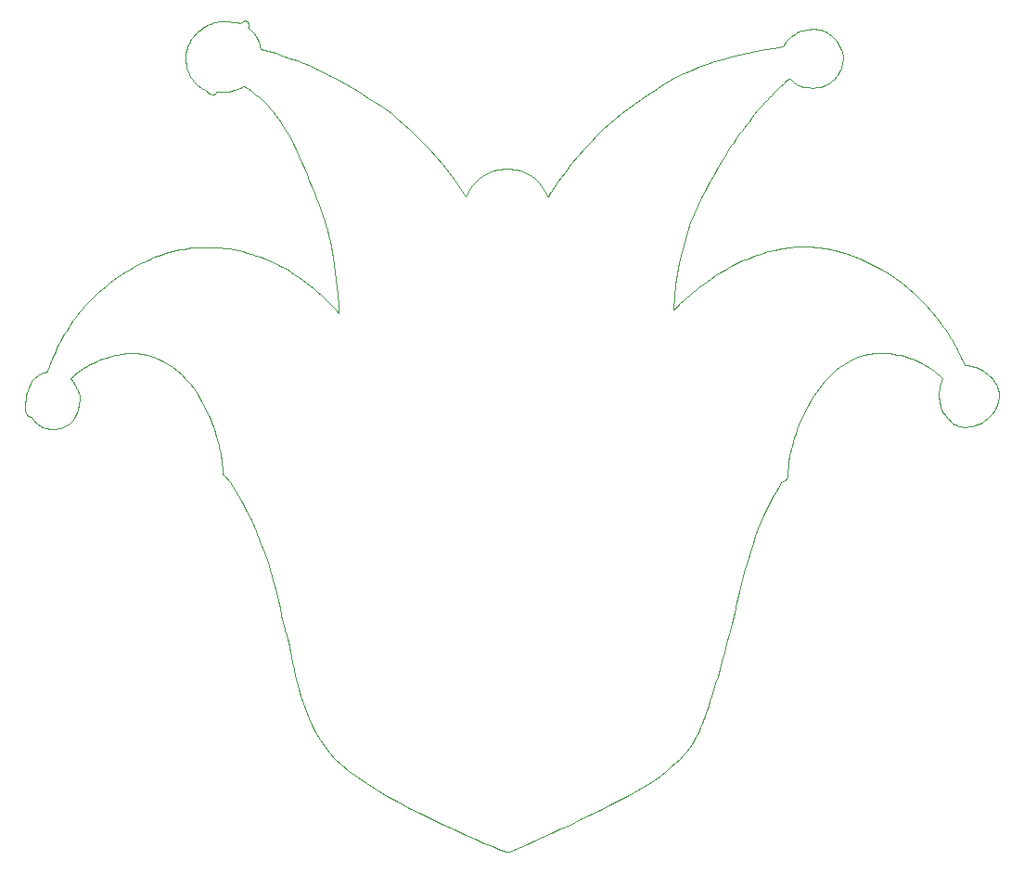
<source format=gm1>
G04 #@! TF.FileFunction,Profile,NP*
%FSLAX46Y46*%
G04 Gerber Fmt 4.6, Leading zero omitted, Abs format (unit mm)*
G04 Created by KiCad (PCBNEW 4.0.7-e2-6376~61~ubuntu18.04.1) date Wed Sep  5 22:43:36 2018*
%MOMM*%
%LPD*%
G01*
G04 APERTURE LIST*
%ADD10C,0.100000*%
G04 APERTURE END LIST*
D10*
X136323275Y-78742203D02*
X136311266Y-78741038D01*
X136335525Y-78743926D02*
X136323275Y-78742203D01*
X136347973Y-78746232D02*
X136335525Y-78743926D01*
X136360576Y-78749147D02*
X136347973Y-78746232D01*
X136373291Y-78752694D02*
X136360576Y-78749147D01*
X136386073Y-78756901D02*
X136373291Y-78752694D01*
X136398882Y-78761792D02*
X136386073Y-78756901D01*
X136411672Y-78767393D02*
X136398882Y-78761792D01*
X136424401Y-78773728D02*
X136411672Y-78767393D01*
X136437024Y-78780824D02*
X136424401Y-78773728D01*
X136449499Y-78788704D02*
X136437024Y-78780824D01*
X136461784Y-78797396D02*
X136449499Y-78788704D01*
X136473836Y-78806923D02*
X136461784Y-78797396D01*
X136485610Y-78817311D02*
X136473836Y-78806923D01*
X136497064Y-78828586D02*
X136485610Y-78817311D01*
X136508152Y-78840773D02*
X136497064Y-78828586D01*
X136525340Y-78862612D02*
X136508152Y-78840773D01*
X136540683Y-78885980D02*
X136525340Y-78862612D01*
X136554182Y-78910906D02*
X136540683Y-78885980D01*
X136565839Y-78937418D02*
X136554182Y-78910906D01*
X136575655Y-78965544D02*
X136565839Y-78937418D01*
X136583630Y-78995313D02*
X136575655Y-78965544D01*
X136589766Y-79026752D02*
X136583630Y-78995313D01*
X136594062Y-79059891D02*
X136589766Y-79026752D01*
X136596523Y-79094758D02*
X136594062Y-79059891D01*
X136597158Y-79131380D02*
X136596523Y-79094758D01*
X136595941Y-79169787D02*
X136597158Y-79131380D01*
X136592898Y-79210007D02*
X136595941Y-79169787D01*
X136588022Y-79252067D02*
X136592898Y-79210007D01*
X136581315Y-79295997D02*
X136588022Y-79252067D01*
X136572779Y-79341824D02*
X136581315Y-79295997D01*
X136562413Y-79389577D02*
X136572779Y-79341824D01*
X136608681Y-79418811D02*
X136562413Y-79389577D01*
X136665749Y-79458091D02*
X136608681Y-79418811D01*
X136731992Y-79507860D02*
X136665749Y-79458091D01*
X136805787Y-79568560D02*
X136731992Y-79507860D01*
X136885508Y-79640635D02*
X136805787Y-79568560D01*
X136969531Y-79724529D02*
X136885508Y-79640635D01*
X137056231Y-79820683D02*
X136969531Y-79724529D01*
X137143984Y-79929541D02*
X137056231Y-79820683D01*
X137231165Y-80051546D02*
X137143984Y-79929541D01*
X137316149Y-80187141D02*
X137231165Y-80051546D01*
X137397313Y-80336768D02*
X137316149Y-80187141D01*
X137473032Y-80500872D02*
X137397313Y-80336768D01*
X137541680Y-80679895D02*
X137473032Y-80500872D01*
X137601634Y-80874280D02*
X137541680Y-80679895D01*
X137651268Y-81084469D02*
X137601634Y-80874280D01*
X137688959Y-81310907D02*
X137651268Y-81084469D01*
X138366459Y-81504139D02*
X137688959Y-81310907D01*
X139035770Y-81708021D02*
X138366459Y-81504139D01*
X139696835Y-81922774D02*
X139035770Y-81708021D01*
X140349594Y-82148620D02*
X139696835Y-81922774D01*
X140993991Y-82385781D02*
X140349594Y-82148620D01*
X141629965Y-82634477D02*
X140993991Y-82385781D01*
X142257460Y-82894931D02*
X141629965Y-82634477D01*
X142876351Y-83167363D02*
X142257460Y-82894931D01*
X143486710Y-83451997D02*
X142876351Y-83167363D01*
X144088415Y-83749054D02*
X143486710Y-83451997D01*
X144681407Y-84058756D02*
X144088415Y-83749054D01*
X145265626Y-84381324D02*
X144681407Y-84058756D01*
X145841015Y-84716979D02*
X145265626Y-84381324D01*
X146407515Y-85065944D02*
X145841015Y-84716979D01*
X146965068Y-85428439D02*
X146407515Y-85065944D01*
X147513618Y-85804687D02*
X146965068Y-85428439D01*
X148007897Y-86085991D02*
X147513618Y-85804687D01*
X148526430Y-86415276D02*
X148007897Y-86085991D01*
X149065881Y-86790327D02*
X148526430Y-86415276D01*
X149622906Y-87208925D02*
X149065881Y-86790327D01*
X150194170Y-87668856D02*
X149622906Y-87208925D01*
X150776328Y-88167904D02*
X150194170Y-87668856D01*
X151366044Y-88703852D02*
X150776328Y-88167904D01*
X151959976Y-89274483D02*
X151366044Y-88703852D01*
X152554785Y-89877583D02*
X151959976Y-89274483D01*
X153147129Y-90510935D02*
X152554785Y-89877583D01*
X153733671Y-91172321D02*
X153147129Y-90510935D01*
X154311068Y-91859528D02*
X153733671Y-91172321D01*
X154875983Y-92570337D02*
X154311068Y-91859528D01*
X155425075Y-93302534D02*
X154875983Y-92570337D01*
X155955004Y-94053902D02*
X155425075Y-93302534D01*
X156462427Y-94822224D02*
X155955004Y-94053902D01*
X156583850Y-94538934D02*
X156462427Y-94822224D01*
X156725066Y-94268655D02*
X156583850Y-94538934D01*
X156885025Y-94012110D02*
X156725066Y-94268655D01*
X157062679Y-93770024D02*
X156885025Y-94012110D01*
X157256973Y-93543118D02*
X157062679Y-93770024D01*
X157466857Y-93332117D02*
X157256973Y-93543118D01*
X157691279Y-93137744D02*
X157466857Y-93332117D01*
X157929192Y-92960722D02*
X157691279Y-93137744D01*
X158179538Y-92801774D02*
X157929192Y-92960722D01*
X158441272Y-92661623D02*
X158179538Y-92801774D01*
X158713341Y-92540994D02*
X158441272Y-92661623D01*
X158994693Y-92440608D02*
X158713341Y-92540994D01*
X159284277Y-92361190D02*
X158994693Y-92440608D01*
X159581044Y-92303462D02*
X159284277Y-92361190D01*
X159883939Y-92268149D02*
X159581044Y-92303462D01*
X160191914Y-92255973D02*
X159883939Y-92268149D01*
X160499826Y-92267847D02*
X160191914Y-92255973D01*
X160802684Y-92302852D02*
X160499826Y-92267847D01*
X161099438Y-92360266D02*
X160802684Y-92302852D01*
X161389035Y-92439368D02*
X161099438Y-92360266D01*
X161670427Y-92539436D02*
X161389035Y-92439368D01*
X161942562Y-92659748D02*
X161670427Y-92539436D01*
X162204385Y-92799584D02*
X161942562Y-92659748D01*
X162454850Y-92958221D02*
X162204385Y-92799584D01*
X162692907Y-93134938D02*
X162454850Y-92958221D01*
X162917498Y-93329013D02*
X162692907Y-93134938D01*
X163127575Y-93539724D02*
X162917498Y-93329013D01*
X163322088Y-93766351D02*
X163127575Y-93539724D01*
X163499986Y-94008170D02*
X163322088Y-93766351D01*
X163660215Y-94264462D02*
X163499986Y-94008170D01*
X163801728Y-94534504D02*
X163660215Y-94264462D01*
X163923470Y-94817575D02*
X163801728Y-94534504D01*
X163942467Y-94784803D02*
X163923470Y-94817575D01*
X163960565Y-94753622D02*
X163942467Y-94784803D01*
X163977922Y-94723775D02*
X163960565Y-94753622D01*
X163994696Y-94695005D02*
X163977922Y-94723775D01*
X164011021Y-94667054D02*
X163994696Y-94695005D01*
X164027028Y-94639666D02*
X164011021Y-94667054D01*
X164042850Y-94612582D02*
X164027028Y-94639666D01*
X164058646Y-94585545D02*
X164042850Y-94612582D01*
X164074547Y-94558299D02*
X164058646Y-94585545D01*
X164090714Y-94530585D02*
X164074547Y-94558299D01*
X164107276Y-94502147D02*
X164090714Y-94530585D01*
X164124369Y-94472727D02*
X164107276Y-94502147D01*
X164142149Y-94442068D02*
X164124369Y-94472727D01*
X164160749Y-94409913D02*
X164142149Y-94442068D01*
X164180301Y-94376004D02*
X164160749Y-94409913D01*
X164200992Y-94340084D02*
X164180301Y-94376004D01*
X164843167Y-93420010D02*
X164200992Y-94340084D01*
X165467182Y-92569786D02*
X164843167Y-93420010D01*
X166075403Y-91784233D02*
X165467182Y-92569786D01*
X166670200Y-91058173D02*
X166075403Y-91784233D01*
X167253945Y-90386427D02*
X166670200Y-91058173D01*
X167829003Y-89763816D02*
X167253945Y-90386427D01*
X168397744Y-89185161D02*
X167829003Y-89763816D01*
X168962542Y-88645285D02*
X168397744Y-89185161D01*
X169525760Y-88139009D02*
X168962542Y-88645285D01*
X170089770Y-87661153D02*
X169525760Y-88139009D01*
X170656944Y-87206539D02*
X170089770Y-87661153D01*
X171229648Y-86769990D02*
X170656944Y-87206539D01*
X171810250Y-86346325D02*
X171229648Y-86769990D01*
X172401125Y-85930367D02*
X171810250Y-86346325D01*
X173004637Y-85516936D02*
X172401125Y-85930367D01*
X173623156Y-85100855D02*
X173004637Y-85516936D01*
X174271642Y-84665677D02*
X173623156Y-85100855D01*
X174931830Y-84264103D02*
X174271642Y-84665677D01*
X175603716Y-83894218D02*
X174931830Y-84264103D01*
X176287296Y-83554103D02*
X175603716Y-83894218D01*
X176982562Y-83241842D02*
X176287296Y-83554103D01*
X177689511Y-82955517D02*
X176982562Y-83241842D01*
X178408135Y-82693211D02*
X177689511Y-82955517D01*
X179138427Y-82453006D02*
X178408135Y-82693211D01*
X179880385Y-82232986D02*
X179138427Y-82453006D01*
X180634003Y-82031234D02*
X179880385Y-82232986D01*
X181399270Y-81845831D02*
X180634003Y-82031234D01*
X182176188Y-81674862D02*
X181399270Y-81845831D01*
X182964746Y-81516407D02*
X182176188Y-81674862D01*
X183764942Y-81368551D02*
X182964746Y-81516407D01*
X184576765Y-81229376D02*
X183764942Y-81368551D01*
X185400215Y-81096965D02*
X184576765Y-81229376D01*
X185467893Y-80956217D02*
X185400215Y-81096965D01*
X185547358Y-80815955D02*
X185467893Y-80956217D01*
X185638906Y-80677251D02*
X185547358Y-80815955D01*
X185742829Y-80541176D02*
X185638906Y-80677251D01*
X185859423Y-80408801D02*
X185742829Y-80541176D01*
X185988981Y-80281198D02*
X185859423Y-80408801D01*
X186131796Y-80159437D02*
X185988981Y-80281198D01*
X186288159Y-80044590D02*
X186131796Y-80159437D01*
X186458363Y-79937728D02*
X186288159Y-80044590D01*
X186642706Y-79839923D02*
X186458363Y-79937728D01*
X186841480Y-79752245D02*
X186642706Y-79839923D01*
X187054977Y-79675766D02*
X186841480Y-79752245D01*
X187283492Y-79611558D02*
X187054977Y-79675766D01*
X187527317Y-79560690D02*
X187283492Y-79611558D01*
X187786743Y-79524235D02*
X187527317Y-79560690D01*
X188062069Y-79503264D02*
X187786743Y-79524235D01*
X188076091Y-79502701D02*
X188062069Y-79503264D01*
X188090088Y-79502201D02*
X188076091Y-79502701D01*
X188104058Y-79501767D02*
X188090088Y-79502201D01*
X188117975Y-79501396D02*
X188104058Y-79501767D01*
X188131866Y-79501092D02*
X188117975Y-79501396D01*
X188145730Y-79500853D02*
X188131866Y-79501092D01*
X188159541Y-79500682D02*
X188145730Y-79500853D01*
X188173326Y-79500577D02*
X188159541Y-79500682D01*
X188187058Y-79500540D02*
X188173326Y-79500577D01*
X188200763Y-79500572D02*
X188187058Y-79500540D01*
X188214442Y-79500672D02*
X188200763Y-79500572D01*
X188228068Y-79500842D02*
X188214442Y-79500672D01*
X188241668Y-79501083D02*
X188228068Y-79500842D01*
X188255241Y-79501395D02*
X188241668Y-79501083D01*
X188268761Y-79501779D02*
X188255241Y-79501395D01*
X188282255Y-79502234D02*
X188268761Y-79501779D01*
X188295696Y-79502760D02*
X188282255Y-79502234D01*
X188309110Y-79503358D02*
X188295696Y-79502760D01*
X188322471Y-79504028D02*
X188309110Y-79503358D01*
X188335806Y-79504766D02*
X188322471Y-79504028D01*
X188349115Y-79505573D02*
X188335806Y-79504766D01*
X188362371Y-79506449D02*
X188349115Y-79505573D01*
X188375600Y-79507391D02*
X188362371Y-79506449D01*
X188388803Y-79508399D02*
X188375600Y-79507391D01*
X188401952Y-79509473D02*
X188388803Y-79508399D01*
X188415076Y-79510613D02*
X188401952Y-79509473D01*
X188428173Y-79511817D02*
X188415076Y-79510613D01*
X188441216Y-79513084D02*
X188428173Y-79511817D01*
X188454234Y-79514413D02*
X188441216Y-79513084D01*
X188467225Y-79515804D02*
X188454234Y-79514413D01*
X188480163Y-79517257D02*
X188467225Y-79515804D01*
X188493075Y-79518768D02*
X188480163Y-79517257D01*
X188496461Y-79518199D02*
X188493075Y-79518768D01*
X188499848Y-79517704D02*
X188496461Y-79518199D01*
X188503208Y-79517281D02*
X188499848Y-79517704D01*
X188506569Y-79516926D02*
X188503208Y-79517281D01*
X188509929Y-79516640D02*
X188506569Y-79516926D01*
X188513262Y-79516423D02*
X188509929Y-79516640D01*
X188516596Y-79516273D02*
X188513262Y-79516423D01*
X188519904Y-79516188D02*
X188516596Y-79516273D01*
X188523211Y-79516168D02*
X188519904Y-79516188D01*
X188526492Y-79516211D02*
X188523211Y-79516168D01*
X188529772Y-79516316D02*
X188526492Y-79516211D01*
X188533027Y-79516482D02*
X188529772Y-79516316D01*
X188536255Y-79516708D02*
X188533027Y-79516482D01*
X188539456Y-79516994D02*
X188536255Y-79516708D01*
X188542631Y-79517335D02*
X188539456Y-79516994D01*
X188545780Y-79517735D02*
X188542631Y-79517335D01*
X188549219Y-79518240D02*
X188545780Y-79517735D01*
X188552659Y-79518817D02*
X188549219Y-79518240D01*
X188556072Y-79519462D02*
X188552659Y-79518817D01*
X188559459Y-79520179D02*
X188556072Y-79519462D01*
X188562845Y-79520968D02*
X188559459Y-79520179D01*
X188566206Y-79521825D02*
X188562845Y-79520968D01*
X188569539Y-79522754D02*
X188566206Y-79521825D01*
X188572847Y-79523754D02*
X188569539Y-79522754D01*
X188576154Y-79524823D02*
X188572847Y-79523754D01*
X188579435Y-79525963D02*
X188576154Y-79524823D01*
X188582689Y-79527172D02*
X188579435Y-79525963D01*
X188585917Y-79528453D02*
X188582689Y-79527172D01*
X188589119Y-79529802D02*
X188585917Y-79528453D01*
X188592294Y-79531223D02*
X188589119Y-79529802D01*
X188595416Y-79532713D02*
X188592294Y-79531223D01*
X188598511Y-79534271D02*
X188595416Y-79532713D01*
X188832773Y-79584514D02*
X188598511Y-79534271D01*
X189054650Y-79655023D02*
X188832773Y-79584514D01*
X189264102Y-79743868D02*
X189054650Y-79655023D01*
X189461087Y-79849118D02*
X189264102Y-79743868D01*
X189645560Y-79968844D02*
X189461087Y-79849118D01*
X189817484Y-80101116D02*
X189645560Y-79968844D01*
X189976813Y-80244002D02*
X189817484Y-80101116D01*
X190123506Y-80395574D02*
X189976813Y-80244002D01*
X190257520Y-80553900D02*
X190123506Y-80395574D01*
X190378818Y-80717050D02*
X190257520Y-80553900D01*
X190487353Y-80883095D02*
X190378818Y-80717050D01*
X190583082Y-81050104D02*
X190487353Y-80883095D01*
X190665968Y-81216147D02*
X190583082Y-81050104D01*
X190735969Y-81379294D02*
X190665968Y-81216147D01*
X190790261Y-81538261D02*
X190735969Y-81379294D01*
X190834359Y-81689825D02*
X190790261Y-81538261D01*
X190846318Y-81784270D02*
X190834359Y-81689825D01*
X190855050Y-81875204D02*
X190846318Y-81784270D01*
X190860738Y-81962822D02*
X190855050Y-81875204D01*
X190863569Y-82047320D02*
X190860738Y-81962822D01*
X190863728Y-82128890D02*
X190863569Y-82047320D01*
X190861347Y-82207729D02*
X190863728Y-82128890D01*
X190856690Y-82284031D02*
X190861347Y-82207729D01*
X190849890Y-82357991D02*
X190856690Y-82284031D01*
X190841132Y-82429804D02*
X190849890Y-82357991D01*
X190830576Y-82499663D02*
X190841132Y-82429804D01*
X190818405Y-82567765D02*
X190830576Y-82499663D01*
X190804805Y-82634303D02*
X190818405Y-82567765D01*
X190789962Y-82699473D02*
X190804805Y-82634303D01*
X190774061Y-82763469D02*
X190789962Y-82699473D01*
X190757260Y-82826485D02*
X190774061Y-82763469D01*
X190739744Y-82888718D02*
X190757260Y-82826485D01*
X190719768Y-82966497D02*
X190739744Y-82888718D01*
X190686711Y-83074744D02*
X190719768Y-82966497D01*
X190638456Y-83208172D02*
X190686711Y-83074744D01*
X190572871Y-83361493D02*
X190638456Y-83208172D01*
X190487816Y-83529418D02*
X190572871Y-83361493D01*
X190381162Y-83706659D02*
X190487816Y-83529418D01*
X190250778Y-83887929D02*
X190381162Y-83706659D01*
X190094523Y-84067939D02*
X190250778Y-83887929D01*
X189910270Y-84241403D02*
X190094523Y-84067939D01*
X189695881Y-84403031D02*
X189910270Y-84241403D01*
X189449226Y-84547536D02*
X189695881Y-84403031D01*
X189168169Y-84669630D02*
X189449226Y-84547536D01*
X188850577Y-84764024D02*
X189168169Y-84669630D01*
X188494318Y-84825432D02*
X188850577Y-84764024D01*
X188097255Y-84848565D02*
X188494318Y-84825432D01*
X187657258Y-84828133D02*
X188097255Y-84848565D01*
X187657227Y-84828133D02*
X187657258Y-84828133D01*
X187657195Y-84828133D02*
X187657227Y-84828133D01*
X187657161Y-84828133D02*
X187657195Y-84828133D01*
X187657129Y-84828133D02*
X187657161Y-84828133D01*
X187657097Y-84828133D02*
X187657129Y-84828133D01*
X187657063Y-84828133D02*
X187657097Y-84828133D01*
X187657031Y-84828133D02*
X187657063Y-84828133D01*
X187656999Y-84828133D02*
X187657031Y-84828133D01*
X187656967Y-84828133D02*
X187656999Y-84828133D01*
X187656936Y-84828133D02*
X187656967Y-84828133D01*
X187656901Y-84828133D02*
X187656936Y-84828133D01*
X187656869Y-84828133D02*
X187656901Y-84828133D01*
X187656838Y-84828133D02*
X187656869Y-84828133D01*
X187656806Y-84828133D02*
X187656838Y-84828133D01*
X187656772Y-84828133D02*
X187656806Y-84828133D01*
X187656740Y-84828133D02*
X187656772Y-84828133D01*
X187515315Y-84811372D02*
X187656740Y-84828133D01*
X187379279Y-84788816D02*
X187515315Y-84811372D01*
X187248533Y-84760709D02*
X187379279Y-84788816D01*
X187122969Y-84727289D02*
X187248533Y-84760709D01*
X187002491Y-84688796D02*
X187122969Y-84727289D01*
X186886993Y-84645471D02*
X187002491Y-84688796D01*
X186776373Y-84597553D02*
X186886993Y-84645471D01*
X186670529Y-84545282D02*
X186776373Y-84597553D01*
X186569361Y-84488900D02*
X186670529Y-84545282D01*
X186472764Y-84428645D02*
X186569361Y-84488900D01*
X186380636Y-84364758D02*
X186472764Y-84428645D01*
X186292874Y-84297479D02*
X186380636Y-84364758D01*
X186209376Y-84227048D02*
X186292874Y-84297479D01*
X186130044Y-84153705D02*
X186209376Y-84227048D01*
X186054772Y-84077690D02*
X186130044Y-84153705D01*
X185983457Y-83999243D02*
X186054772Y-84077690D01*
X185834163Y-84119237D02*
X185983457Y-83999243D01*
X185682692Y-84244970D02*
X185834163Y-84119237D01*
X185528524Y-84377033D02*
X185682692Y-84244970D01*
X185371139Y-84516014D02*
X185528524Y-84377033D01*
X185210016Y-84662505D02*
X185371139Y-84516014D01*
X185044633Y-84817093D02*
X185210016Y-84662505D01*
X184874472Y-84980369D02*
X185044633Y-84817093D01*
X184699013Y-85152922D02*
X184874472Y-84980369D01*
X184517731Y-85335342D02*
X184699013Y-85152922D01*
X184330107Y-85528219D02*
X184517731Y-85335342D01*
X184135620Y-85732142D02*
X184330107Y-85528219D01*
X183933753Y-85947700D02*
X184135620Y-85732142D01*
X183723981Y-86175483D02*
X183933753Y-85947700D01*
X183505785Y-86416082D02*
X183723981Y-86175483D01*
X183278643Y-86670085D02*
X183505785Y-86416082D01*
X183042036Y-86938082D02*
X183278643Y-86670085D01*
X182786264Y-87272313D02*
X183042036Y-86938082D01*
X182540161Y-87593759D02*
X182786264Y-87272313D01*
X182303301Y-87903575D02*
X182540161Y-87593759D01*
X182075246Y-88202915D02*
X182303301Y-87903575D01*
X181855563Y-88492934D02*
X182075246Y-88202915D01*
X181643817Y-88774788D02*
X181855563Y-88492934D01*
X181439577Y-89049630D02*
X181643817Y-88774788D01*
X181242407Y-89318616D02*
X181439577Y-89049630D01*
X181051872Y-89582902D02*
X181242407Y-89318616D01*
X180867542Y-89843640D02*
X181051872Y-89582902D01*
X180688983Y-90101988D02*
X180867542Y-89843640D01*
X180515760Y-90359099D02*
X180688983Y-90101988D01*
X180347440Y-90616128D02*
X180515760Y-90359099D01*
X180183586Y-90874231D02*
X180347440Y-90616128D01*
X180023768Y-91134561D02*
X180183586Y-90874231D01*
X179867552Y-91398274D02*
X180023768Y-91134561D01*
X179481110Y-92065274D02*
X179867552Y-91398274D01*
X179095228Y-92741924D02*
X179481110Y-92065274D01*
X178712892Y-93431654D02*
X179095228Y-92741924D01*
X178337078Y-94137897D02*
X178712892Y-93431654D01*
X177970770Y-94864081D02*
X178337078Y-94137897D01*
X177616951Y-95613637D02*
X177970770Y-94864081D01*
X177278597Y-96389996D02*
X177616951Y-95613637D01*
X176958691Y-97196588D02*
X177278597Y-96389996D01*
X176660218Y-98036843D02*
X176958691Y-97196588D01*
X176386152Y-98914193D02*
X176660218Y-98036843D01*
X176139478Y-99832067D02*
X176386152Y-98914193D01*
X175923176Y-100793896D02*
X176139478Y-99832067D01*
X175740227Y-101803111D02*
X175923176Y-100793896D01*
X175593614Y-102863142D02*
X175740227Y-101803111D01*
X175486314Y-103977419D02*
X175593614Y-102863142D01*
X175421312Y-105149373D02*
X175486314Y-103977419D01*
X175534977Y-105031572D02*
X175421312Y-105149373D01*
X175658923Y-104905413D02*
X175534977Y-105031572D01*
X175793033Y-104771435D02*
X175658923Y-104905413D01*
X175937180Y-104630174D02*
X175793033Y-104771435D01*
X176091250Y-104482169D02*
X175937180Y-104630174D01*
X176255119Y-104327959D02*
X176091250Y-104482169D01*
X176428665Y-104168082D02*
X176255119Y-104327959D01*
X176611770Y-104003076D02*
X176428665Y-104168082D01*
X176804310Y-103833478D02*
X176611770Y-104003076D01*
X177006163Y-103659829D02*
X176804310Y-103833478D01*
X177217213Y-103482665D02*
X177006163Y-103659829D01*
X177437336Y-103302524D02*
X177217213Y-103482665D01*
X177666412Y-103119946D02*
X177437336Y-103302524D01*
X177904318Y-102935469D02*
X177666412Y-103119946D01*
X178150936Y-102749630D02*
X177904318Y-102935469D01*
X178406142Y-102562967D02*
X178150936Y-102749630D01*
X178797845Y-102287652D02*
X178406142Y-102562967D01*
X179215862Y-102008749D02*
X178797845Y-102287652D01*
X179659251Y-101729204D02*
X179215862Y-102008749D01*
X180127056Y-101451964D02*
X179659251Y-101729204D01*
X180618329Y-101179974D02*
X180127056Y-101451964D01*
X181132123Y-100916179D02*
X180618329Y-101179974D01*
X181667486Y-100663527D02*
X181132123Y-100916179D01*
X182223466Y-100424962D02*
X181667486Y-100663527D01*
X182799120Y-100203431D02*
X182223466Y-100424962D01*
X183393490Y-100001880D02*
X182799120Y-100203431D01*
X184005633Y-99823254D02*
X183393490Y-100001880D01*
X184634595Y-99670500D02*
X184005633Y-99823254D01*
X185279427Y-99546563D02*
X184634595Y-99670500D01*
X185939181Y-99454389D02*
X185279427Y-99546563D01*
X186612908Y-99396925D02*
X185939181Y-99454389D01*
X187299656Y-99377116D02*
X186612908Y-99396925D01*
X187494611Y-99378703D02*
X187299656Y-99377116D01*
X187689548Y-99383489D02*
X187494611Y-99378703D01*
X187884427Y-99391461D02*
X187689548Y-99383489D01*
X188079203Y-99402616D02*
X187884427Y-99391461D01*
X188273833Y-99416949D02*
X188079203Y-99402616D01*
X188468275Y-99434456D02*
X188273833Y-99416949D01*
X188662487Y-99455133D02*
X188468275Y-99434456D01*
X188856427Y-99478978D02*
X188662487Y-99455133D01*
X189050052Y-99505985D02*
X188856427Y-99478978D01*
X189243316Y-99536152D02*
X189050052Y-99505985D01*
X189436182Y-99569475D02*
X189243316Y-99536152D01*
X189628605Y-99605948D02*
X189436182Y-99569475D01*
X189820542Y-99645570D02*
X189628605Y-99605948D01*
X190011949Y-99688336D02*
X189820542Y-99645570D01*
X190202785Y-99734242D02*
X190011949Y-99688336D01*
X190393008Y-99783284D02*
X190202785Y-99734242D01*
X191090746Y-99986473D02*
X190393008Y-99783284D01*
X191778959Y-100221464D02*
X191090746Y-99986473D01*
X192456736Y-100487614D02*
X191778959Y-100221464D01*
X193123169Y-100784278D02*
X192456736Y-100487614D01*
X193777343Y-101110812D02*
X193123169Y-100784278D01*
X194418347Y-101466571D02*
X193777343Y-101110812D01*
X195045269Y-101850913D02*
X194418347Y-101466571D01*
X195657200Y-102263191D02*
X195045269Y-101850913D01*
X196253224Y-102702763D02*
X195657200Y-102263191D01*
X196832437Y-103168983D02*
X196253224Y-102702763D01*
X197393919Y-103661207D02*
X196832437Y-103168983D01*
X197936765Y-104178793D02*
X197393919Y-103661207D01*
X198460061Y-104721094D02*
X197936765Y-104178793D01*
X198962896Y-105287466D02*
X198460061Y-104721094D01*
X199444358Y-105877267D02*
X198962896Y-105287466D01*
X199903537Y-106489852D02*
X199444358Y-105877267D01*
X200062091Y-106714256D02*
X199903537Y-106489852D01*
X200216796Y-106940223D02*
X200062091Y-106714256D01*
X200367614Y-107167643D02*
X200216796Y-106940223D01*
X200514518Y-107396402D02*
X200367614Y-107167643D01*
X200657478Y-107626385D02*
X200514518Y-107396402D01*
X200796461Y-107857488D02*
X200657478Y-107626385D01*
X200931436Y-108089597D02*
X200796461Y-107857488D01*
X201062373Y-108322599D02*
X200931436Y-108089597D01*
X201189240Y-108556383D02*
X201062373Y-108322599D01*
X201312010Y-108790835D02*
X201189240Y-108556383D01*
X201430643Y-109025849D02*
X201312010Y-108790835D01*
X201545118Y-109261307D02*
X201430643Y-109025849D01*
X201655399Y-109497103D02*
X201545118Y-109261307D01*
X201761457Y-109733122D02*
X201655399Y-109497103D01*
X201863258Y-109969255D02*
X201761457Y-109733122D01*
X201960776Y-110205388D02*
X201863258Y-109969255D01*
X202134917Y-110212399D02*
X201960776Y-110205388D01*
X202310002Y-110230206D02*
X202134917Y-110212399D01*
X202485468Y-110258595D02*
X202310002Y-110230206D01*
X202660752Y-110297322D02*
X202485468Y-110258595D01*
X202835290Y-110346149D02*
X202660752Y-110297322D01*
X203008521Y-110404836D02*
X202835290Y-110346149D01*
X203179883Y-110473149D02*
X203008521Y-110404836D01*
X203348809Y-110550846D02*
X203179883Y-110473149D01*
X203514742Y-110637693D02*
X203348809Y-110550846D01*
X203677117Y-110733451D02*
X203514742Y-110637693D01*
X203835370Y-110837879D02*
X203677117Y-110733451D01*
X203988937Y-110950745D02*
X203835370Y-110837879D01*
X204137259Y-111071805D02*
X203988937Y-110950745D01*
X204279769Y-111200827D02*
X204137259Y-111071805D01*
X204415911Y-111337569D02*
X204279769Y-111200827D01*
X204545115Y-111481796D02*
X204415911Y-111337569D01*
X204639280Y-111599427D02*
X204545115Y-111481796D01*
X204724867Y-111720513D02*
X204639280Y-111599427D01*
X204801832Y-111844841D02*
X204724867Y-111720513D01*
X204870131Y-111972206D02*
X204801832Y-111844841D01*
X204929721Y-112102394D02*
X204870131Y-111972206D01*
X204980555Y-112235197D02*
X204929721Y-112102394D01*
X205022595Y-112370407D02*
X204980555Y-112235197D01*
X205055792Y-112507810D02*
X205022595Y-112370407D01*
X205080107Y-112647203D02*
X205055792Y-112507810D01*
X205095480Y-112788374D02*
X205080107Y-112647203D01*
X205101883Y-112931112D02*
X205095480Y-112788374D01*
X205099237Y-113075209D02*
X205101883Y-112931112D01*
X205087569Y-113220455D02*
X205099237Y-113075209D01*
X205066799Y-113366640D02*
X205087569Y-113220455D01*
X205036874Y-113513555D02*
X205066799Y-113366640D01*
X204997758Y-113660991D02*
X205036874Y-113513555D01*
X204982942Y-113709479D02*
X204997758Y-113660991D01*
X204967226Y-113757675D02*
X204982942Y-113709479D01*
X204950636Y-113805576D02*
X204967226Y-113757675D01*
X204933147Y-113853169D02*
X204950636Y-113805576D01*
X204914812Y-113900447D02*
X204933147Y-113853169D01*
X204895603Y-113947405D02*
X204914812Y-113900447D01*
X204875547Y-113994030D02*
X204895603Y-113947405D01*
X204854672Y-114040319D02*
X204875547Y-113994030D01*
X204832950Y-114086256D02*
X204854672Y-114040319D01*
X204810433Y-114131839D02*
X204832950Y-114086256D01*
X204787097Y-114177056D02*
X204810433Y-114131839D01*
X204762967Y-114221900D02*
X204787097Y-114177056D01*
X204738070Y-114266363D02*
X204762967Y-114221900D01*
X204712379Y-114310438D02*
X204738070Y-114266363D01*
X204685947Y-114354112D02*
X204712379Y-114310438D01*
X204658753Y-114397380D02*
X204685947Y-114354112D01*
X204657695Y-114400819D02*
X204658753Y-114397380D01*
X204656372Y-114404259D02*
X204657695Y-114400819D01*
X204655049Y-114407672D02*
X204656372Y-114404259D01*
X204653726Y-114411085D02*
X204655049Y-114407672D01*
X204652139Y-114414498D02*
X204653726Y-114411085D01*
X204650551Y-114417885D02*
X204652139Y-114414498D01*
X204648964Y-114421245D02*
X204650551Y-114417885D01*
X204647111Y-114424605D02*
X204648964Y-114421245D01*
X204645259Y-114427913D02*
X204647111Y-114424605D01*
X204643407Y-114431193D02*
X204645259Y-114427913D01*
X204641555Y-114434448D02*
X204643407Y-114431193D01*
X204639439Y-114437676D02*
X204641555Y-114434448D01*
X204637322Y-114440851D02*
X204639439Y-114437676D01*
X204635205Y-114443973D02*
X204637322Y-114440851D01*
X204633089Y-114447068D02*
X204635205Y-114443973D01*
X204630707Y-114450111D02*
X204633089Y-114447068D01*
X204629384Y-114451699D02*
X204630707Y-114450111D01*
X204628061Y-114453286D02*
X204629384Y-114451699D01*
X204626739Y-114454874D02*
X204628061Y-114453286D01*
X204625416Y-114456461D02*
X204626739Y-114454874D01*
X204624093Y-114458049D02*
X204625416Y-114456461D01*
X204622770Y-114459636D02*
X204624093Y-114458049D01*
X204621447Y-114461224D02*
X204622770Y-114459636D01*
X204620124Y-114462811D02*
X204621447Y-114461224D01*
X204618536Y-114464399D02*
X204620124Y-114462811D01*
X204616949Y-114465722D02*
X204618536Y-114464399D01*
X204615361Y-114467044D02*
X204616949Y-114465722D01*
X204613774Y-114468367D02*
X204615361Y-114467044D01*
X204612186Y-114469690D02*
X204613774Y-114468367D01*
X204610599Y-114471013D02*
X204612186Y-114469690D01*
X204609011Y-114472336D02*
X204610599Y-114471013D01*
X204607424Y-114473659D02*
X204609011Y-114472336D01*
X204531494Y-114579712D02*
X204607424Y-114473659D01*
X204451066Y-114682638D02*
X204531494Y-114579712D01*
X204366314Y-114782261D02*
X204451066Y-114682638D01*
X204277425Y-114878403D02*
X204366314Y-114782261D01*
X204184575Y-114970885D02*
X204277425Y-114878403D01*
X204087944Y-115059531D02*
X204184575Y-114970885D01*
X203987712Y-115144161D02*
X204087944Y-115059531D01*
X203884058Y-115224599D02*
X203987712Y-115144161D01*
X203777167Y-115300664D02*
X203884058Y-115224599D01*
X203667211Y-115372184D02*
X203777167Y-115300664D01*
X203554374Y-115438975D02*
X203667211Y-115372184D01*
X203438836Y-115500861D02*
X203554374Y-115438975D01*
X203320776Y-115557668D02*
X203438836Y-115500861D01*
X203200373Y-115609211D02*
X203320776Y-115557668D01*
X203077810Y-115655317D02*
X203200373Y-115609211D01*
X202953262Y-115695806D02*
X203077810Y-115655317D01*
X202886100Y-115715412D02*
X202953262Y-115695806D01*
X202820013Y-115733668D02*
X202886100Y-115715412D01*
X202754986Y-115750575D02*
X202820013Y-115733668D01*
X202691007Y-115766159D02*
X202754986Y-115750575D01*
X202628066Y-115780420D02*
X202691007Y-115766159D01*
X202566148Y-115793385D02*
X202628066Y-115780420D01*
X202505238Y-115805053D02*
X202566148Y-115793385D01*
X202445326Y-115815451D02*
X202505238Y-115805053D01*
X202386398Y-115824579D02*
X202445326Y-115815451D01*
X202328441Y-115832437D02*
X202386398Y-115824579D01*
X202271439Y-115839052D02*
X202328441Y-115832437D01*
X202215384Y-115844449D02*
X202271439Y-115839052D01*
X202160258Y-115848630D02*
X202215384Y-115844449D01*
X202106053Y-115851593D02*
X202160258Y-115848630D01*
X202052753Y-115853445D02*
X202106053Y-115851593D01*
X202000347Y-115853974D02*
X202052753Y-115853445D01*
X201839658Y-115848206D02*
X202000347Y-115853974D01*
X201687001Y-115831167D02*
X201839658Y-115848206D01*
X201541853Y-115803291D02*
X201687001Y-115831167D01*
X201403706Y-115764984D02*
X201541853Y-115803291D01*
X201272039Y-115716666D02*
X201403706Y-115764984D01*
X201146338Y-115658746D02*
X201272039Y-115716666D01*
X201026082Y-115591648D02*
X201146338Y-115658746D01*
X200910764Y-115515781D02*
X201026082Y-115591648D01*
X200799858Y-115431564D02*
X200910764Y-115515781D01*
X200692853Y-115339415D02*
X200799858Y-115431564D01*
X200589234Y-115239747D02*
X200692853Y-115339415D01*
X200488481Y-115132977D02*
X200589234Y-115239747D01*
X200390080Y-115019518D02*
X200488481Y-115132977D01*
X200293515Y-114899792D02*
X200390080Y-115019518D01*
X200198267Y-114774210D02*
X200293515Y-114899792D01*
X200103824Y-114643191D02*
X200198267Y-114774210D01*
X200091944Y-114639407D02*
X200103824Y-114643191D01*
X200080435Y-114634804D02*
X200091944Y-114639407D01*
X200069323Y-114629406D02*
X200080435Y-114634804D01*
X200058660Y-114623241D02*
X200069323Y-114629406D01*
X200048473Y-114616336D02*
X200058660Y-114623241D01*
X200038816Y-114608716D02*
X200048473Y-114616336D01*
X200029714Y-114600434D02*
X200038816Y-114608716D01*
X200021248Y-114591491D02*
X200029714Y-114600434D01*
X200013443Y-114581940D02*
X200021248Y-114591491D01*
X200006325Y-114571806D02*
X200013443Y-114581940D01*
X199999975Y-114561117D02*
X200006325Y-114571806D01*
X199994393Y-114549925D02*
X199999975Y-114561117D01*
X199989657Y-114538231D02*
X199994393Y-114549925D01*
X199985794Y-114526086D02*
X199989657Y-114538231D01*
X199982857Y-114513519D02*
X199985794Y-114526086D01*
X199981005Y-114500554D02*
X199982857Y-114513519D01*
X199980870Y-114499496D02*
X199981005Y-114500554D01*
X199980732Y-114498173D02*
X199980870Y-114499496D01*
X199980589Y-114496585D02*
X199980732Y-114498173D01*
X199980441Y-114494998D02*
X199980589Y-114496585D01*
X199980288Y-114493146D02*
X199980441Y-114494998D01*
X199980129Y-114491029D02*
X199980288Y-114493146D01*
X199979960Y-114488648D02*
X199980129Y-114491029D01*
X199979782Y-114486266D02*
X199979960Y-114488648D01*
X199979594Y-114483621D02*
X199979782Y-114486266D01*
X199979393Y-114480790D02*
X199979594Y-114483621D01*
X199979182Y-114477773D02*
X199979393Y-114480790D01*
X199978957Y-114474572D02*
X199979182Y-114477773D01*
X199978719Y-114471212D02*
X199978957Y-114474572D01*
X199978465Y-114467666D02*
X199978719Y-114471212D01*
X199978200Y-114463962D02*
X199978465Y-114467666D01*
X199977935Y-114460099D02*
X199978200Y-114463962D01*
X199971374Y-114450415D02*
X199977935Y-114460099D01*
X199964812Y-114440705D02*
X199971374Y-114450415D01*
X199958224Y-114430995D02*
X199964812Y-114440705D01*
X199951636Y-114421258D02*
X199958224Y-114430995D01*
X199945048Y-114411522D02*
X199951636Y-114421258D01*
X199938460Y-114401759D02*
X199945048Y-114411522D01*
X199931872Y-114391995D02*
X199938460Y-114401759D01*
X199925283Y-114382206D02*
X199931872Y-114391995D01*
X199918695Y-114372390D02*
X199925283Y-114382206D01*
X199912107Y-114362547D02*
X199918695Y-114372390D01*
X199905545Y-114352678D02*
X199912107Y-114362547D01*
X199899010Y-114342783D02*
X199905545Y-114352678D01*
X199892475Y-114332887D02*
X199899010Y-114342783D01*
X199885966Y-114322939D02*
X199892475Y-114332887D01*
X199879484Y-114312991D02*
X199885966Y-114322939D01*
X199873028Y-114302990D02*
X199879484Y-114312991D01*
X199872499Y-114302196D02*
X199873028Y-114302990D01*
X199871970Y-114301402D02*
X199872499Y-114302196D01*
X199871441Y-114300608D02*
X199871970Y-114301402D01*
X199870912Y-114299815D02*
X199871441Y-114300608D01*
X199870382Y-114299021D02*
X199870912Y-114299815D01*
X199869853Y-114298227D02*
X199870382Y-114299021D01*
X199869324Y-114297433D02*
X199869853Y-114298227D01*
X199868795Y-114296640D02*
X199869324Y-114297433D01*
X199868266Y-114295846D02*
X199868795Y-114296640D01*
X199867737Y-114295052D02*
X199868266Y-114295846D01*
X199867207Y-114294258D02*
X199867737Y-114295052D01*
X199866678Y-114293465D02*
X199867207Y-114294258D01*
X199866149Y-114292671D02*
X199866678Y-114293465D01*
X199865620Y-114291877D02*
X199866149Y-114292671D01*
X199865091Y-114291083D02*
X199865620Y-114291877D01*
X199864562Y-114290290D02*
X199865091Y-114291083D01*
X199864297Y-114289231D02*
X199864562Y-114290290D01*
X199864032Y-114288173D02*
X199864297Y-114289231D01*
X199863768Y-114287115D02*
X199864032Y-114288173D01*
X199863503Y-114286056D02*
X199863768Y-114287115D01*
X199863239Y-114284998D02*
X199863503Y-114286056D01*
X199862974Y-114283940D02*
X199863239Y-114284998D01*
X199862709Y-114282881D02*
X199862974Y-114283940D01*
X199862445Y-114281823D02*
X199862709Y-114282881D01*
X199862180Y-114280765D02*
X199862445Y-114281823D01*
X199861916Y-114279706D02*
X199862180Y-114280765D01*
X199861651Y-114278648D02*
X199861916Y-114279706D01*
X199861387Y-114277590D02*
X199861651Y-114278648D01*
X199861122Y-114276531D02*
X199861387Y-114277590D01*
X199860857Y-114275473D02*
X199861122Y-114276531D01*
X199860593Y-114274415D02*
X199860857Y-114275473D01*
X199860328Y-114273356D02*
X199860593Y-114274415D01*
X199850195Y-114246255D02*
X199860328Y-114273356D01*
X199830563Y-114189544D02*
X199850195Y-114246255D01*
X199803983Y-114105221D02*
X199830563Y-114189544D01*
X199773010Y-113995277D02*
X199803983Y-114105221D01*
X199740189Y-113861702D02*
X199773010Y-113995277D01*
X199708071Y-113706497D02*
X199740189Y-113861702D01*
X199679208Y-113531652D02*
X199708071Y-113706497D01*
X199656136Y-113339160D02*
X199679208Y-113531652D01*
X199641425Y-113131018D02*
X199656136Y-113339160D01*
X199637615Y-112909218D02*
X199641425Y-113131018D01*
X199647246Y-112675752D02*
X199637615Y-112909218D01*
X199672884Y-112432618D02*
X199647246Y-112675752D01*
X199717070Y-112181807D02*
X199672884Y-112432618D01*
X199782353Y-111925312D02*
X199717070Y-112181807D01*
X199871285Y-111665128D02*
X199782353Y-111925312D01*
X199986410Y-111403249D02*
X199871285Y-111665128D01*
X199731442Y-111169257D02*
X199986410Y-111403249D01*
X199469441Y-110947292D02*
X199731442Y-111169257D01*
X199200442Y-110737388D02*
X199469441Y-110947292D01*
X198924486Y-110539567D02*
X199200442Y-110737388D01*
X198641612Y-110353861D02*
X198924486Y-110539567D01*
X198351859Y-110180300D02*
X198641612Y-110353861D01*
X198055264Y-110018907D02*
X198351859Y-110180300D01*
X197751866Y-109869711D02*
X198055264Y-110018907D01*
X197441701Y-109732741D02*
X197751866Y-109869711D01*
X197124812Y-109608025D02*
X197441701Y-109732741D01*
X196801234Y-109495593D02*
X197124812Y-109608025D01*
X196471011Y-109395469D02*
X196801234Y-109495593D01*
X196134172Y-109307683D02*
X196471011Y-109395469D01*
X195790764Y-109232263D02*
X196134172Y-109307683D01*
X195440821Y-109169237D02*
X195790764Y-109232263D01*
X195084385Y-109118633D02*
X195440821Y-109169237D01*
X195034852Y-109112706D02*
X195084385Y-109118633D01*
X194985314Y-109107176D02*
X195034852Y-109112706D01*
X194935779Y-109102017D02*
X194985314Y-109107176D01*
X194886262Y-109097228D02*
X194935779Y-109102017D01*
X194836772Y-109092836D02*
X194886262Y-109097228D01*
X194787327Y-109088814D02*
X194836772Y-109092836D01*
X194737934Y-109085163D02*
X194787327Y-109088814D01*
X194688605Y-109081909D02*
X194737934Y-109085163D01*
X194639358Y-109079025D02*
X194688605Y-109081909D01*
X194590201Y-109076643D02*
X194639358Y-109079025D01*
X194541150Y-109074527D02*
X194590201Y-109076643D01*
X194492213Y-109072675D02*
X194541150Y-109074527D01*
X194443403Y-109071352D02*
X194492213Y-109072675D01*
X194394735Y-109070293D02*
X194443403Y-109071352D01*
X194346219Y-109069764D02*
X194394735Y-109070293D01*
X194297869Y-109069571D02*
X194346219Y-109069764D01*
X193756497Y-109094124D02*
X194297869Y-109069571D01*
X193237196Y-109165379D02*
X193756497Y-109094124D01*
X192739811Y-109279674D02*
X193237196Y-109165379D01*
X192264178Y-109433352D02*
X192739811Y-109279674D01*
X191810142Y-109622765D02*
X192264178Y-109433352D01*
X191377546Y-109844253D02*
X191810142Y-109622765D01*
X190966230Y-110094167D02*
X191377546Y-109844253D01*
X190576036Y-110368852D02*
X190966230Y-110094167D01*
X190206805Y-110664657D02*
X190576036Y-110368852D01*
X189858383Y-110977926D02*
X190206805Y-110664657D01*
X189530606Y-111305007D02*
X189858383Y-110977926D01*
X189223322Y-111642244D02*
X189530606Y-111305007D01*
X188936368Y-111985986D02*
X189223322Y-111642244D01*
X188669589Y-112332579D02*
X188936368Y-111985986D01*
X188422822Y-112678371D02*
X188669589Y-112332579D01*
X188195916Y-113019708D02*
X188422822Y-112678371D01*
X187923371Y-113461112D02*
X188195916Y-113019708D01*
X187670869Y-113903654D02*
X187923371Y-113461112D01*
X187437869Y-114344913D02*
X187670869Y-113903654D01*
X187223829Y-114782452D02*
X187437869Y-114344913D01*
X187028206Y-115213847D02*
X187223829Y-114782452D01*
X186850457Y-115636669D02*
X187028206Y-115213847D01*
X186690037Y-116048491D02*
X186850457Y-115636669D01*
X186546408Y-116446884D02*
X186690037Y-116048491D01*
X186419024Y-116829416D02*
X186546408Y-116446884D01*
X186307341Y-117193666D02*
X186419024Y-116829416D01*
X186210821Y-117537198D02*
X186307341Y-117193666D01*
X186128917Y-117857587D02*
X186210821Y-117537198D01*
X186061088Y-118152404D02*
X186128917Y-117857587D01*
X186006790Y-118419221D02*
X186061088Y-118152404D01*
X185965484Y-118655610D02*
X186006790Y-118419221D01*
X185936623Y-118859144D02*
X185965484Y-118655610D01*
X185936618Y-118859329D02*
X185936623Y-118859144D01*
X185936602Y-118859514D02*
X185936618Y-118859329D01*
X185936575Y-118859702D02*
X185936602Y-118859514D01*
X185936543Y-118859892D02*
X185936575Y-118859702D01*
X185936504Y-118860083D02*
X185936543Y-118859892D01*
X185936459Y-118860276D02*
X185936504Y-118860083D01*
X185936414Y-118860469D02*
X185936459Y-118860276D01*
X185936366Y-118860665D02*
X185936414Y-118860469D01*
X185936316Y-118860861D02*
X185936366Y-118860665D01*
X185936271Y-118861056D02*
X185936316Y-118860861D01*
X185936226Y-118861252D02*
X185936271Y-118861056D01*
X185936186Y-118861451D02*
X185936226Y-118861252D01*
X185936154Y-118861649D02*
X185936186Y-118861451D01*
X185936128Y-118861848D02*
X185936154Y-118861649D01*
X185936112Y-118862046D02*
X185936128Y-118861848D01*
X185936107Y-118862244D02*
X185936112Y-118862046D01*
X185931609Y-118905911D02*
X185936107Y-118862244D01*
X185927111Y-118949578D02*
X185931609Y-118905911D01*
X185922613Y-118993245D02*
X185927111Y-118949578D01*
X185918115Y-119036912D02*
X185922613Y-118993245D01*
X185913617Y-119080579D02*
X185918115Y-119036912D01*
X185909119Y-119124245D02*
X185913617Y-119080579D01*
X185904621Y-119167912D02*
X185909119Y-119124245D01*
X185900124Y-119211579D02*
X185904621Y-119167912D01*
X185895626Y-119255243D02*
X185900124Y-119211579D01*
X185891128Y-119298910D02*
X185895626Y-119255243D01*
X185886630Y-119342577D02*
X185891128Y-119298910D01*
X185882132Y-119386244D02*
X185886630Y-119342577D01*
X185877634Y-119429911D02*
X185882132Y-119386244D01*
X185873136Y-119473577D02*
X185877634Y-119429911D01*
X185868638Y-119517244D02*
X185873136Y-119473577D01*
X185864140Y-119560911D02*
X185868638Y-119517244D01*
X185864108Y-119560911D02*
X185864140Y-119560911D01*
X185864077Y-119560911D02*
X185864108Y-119560911D01*
X185864042Y-119560911D02*
X185864077Y-119560911D01*
X185864011Y-119560911D02*
X185864042Y-119560911D01*
X185863979Y-119560911D02*
X185864011Y-119560911D01*
X185863947Y-119560911D02*
X185863979Y-119560911D01*
X185863915Y-119560911D02*
X185863947Y-119560911D01*
X185863881Y-119560911D02*
X185863915Y-119560911D01*
X185863849Y-119560911D02*
X185863881Y-119560911D01*
X185863817Y-119560911D02*
X185863849Y-119560911D01*
X185863786Y-119560911D02*
X185863817Y-119560911D01*
X185863754Y-119560911D02*
X185863786Y-119560911D01*
X185863722Y-119560911D02*
X185863754Y-119560911D01*
X185863688Y-119560911D02*
X185863722Y-119560911D01*
X185863656Y-119560911D02*
X185863688Y-119560911D01*
X185863624Y-119560911D02*
X185863656Y-119560911D01*
X185856930Y-119625409D02*
X185863624Y-119560911D01*
X185850236Y-119689909D02*
X185856930Y-119625409D01*
X185843542Y-119754406D02*
X185850236Y-119689909D01*
X185836848Y-119818906D02*
X185843542Y-119754406D01*
X185830154Y-119883404D02*
X185836848Y-119818906D01*
X185823461Y-119947904D02*
X185830154Y-119883404D01*
X185816767Y-120012401D02*
X185823461Y-119947904D01*
X185810073Y-120076902D02*
X185816767Y-120012401D01*
X185803379Y-120141399D02*
X185810073Y-120076902D01*
X185796685Y-120205896D02*
X185803379Y-120141399D01*
X185789991Y-120270397D02*
X185796685Y-120205896D01*
X185783297Y-120334894D02*
X185789991Y-120270397D01*
X185776603Y-120399394D02*
X185783297Y-120334894D01*
X185769909Y-120463892D02*
X185776603Y-120399394D01*
X185763215Y-120528392D02*
X185769909Y-120463892D01*
X185756521Y-120592889D02*
X185763215Y-120528392D01*
X185750462Y-120596488D02*
X185756521Y-120592889D01*
X185744403Y-120600086D02*
X185750462Y-120596488D01*
X185738318Y-120603658D02*
X185744403Y-120600086D01*
X185732259Y-120607256D02*
X185738318Y-120603658D01*
X185726200Y-120610854D02*
X185732259Y-120607256D01*
X185720141Y-120614426D02*
X185726200Y-120610854D01*
X185714055Y-120618025D02*
X185720141Y-120614426D01*
X185707996Y-120621623D02*
X185714055Y-120618025D01*
X185701937Y-120625195D02*
X185707996Y-120621623D01*
X185695852Y-120628793D02*
X185701937Y-120625195D01*
X185689793Y-120632392D02*
X185695852Y-120628793D01*
X185683734Y-120635963D02*
X185689793Y-120632392D01*
X185677675Y-120639562D02*
X185683734Y-120635963D01*
X185671590Y-120643160D02*
X185677675Y-120639562D01*
X185665531Y-120646732D02*
X185671590Y-120643160D01*
X185659472Y-120650330D02*
X185665531Y-120646732D01*
X185656667Y-120651918D02*
X185659472Y-120650330D01*
X185650449Y-120655543D02*
X185656667Y-120651918D01*
X185640924Y-120661099D02*
X185650449Y-120655543D01*
X185628092Y-120668534D02*
X185640924Y-120661099D01*
X185612058Y-120677794D02*
X185628092Y-120668534D01*
X185592850Y-120688854D02*
X185612058Y-120677794D01*
X185570519Y-120701659D02*
X185592850Y-120688854D01*
X185545145Y-120716185D02*
X185570519Y-120701659D01*
X185516771Y-120732378D02*
X185545145Y-120716185D01*
X185485453Y-120750184D02*
X185516771Y-120732378D01*
X185451245Y-120769552D02*
X185485453Y-120750184D01*
X185414203Y-120790454D02*
X185451245Y-120769552D01*
X185374383Y-120812837D02*
X185414203Y-120790454D01*
X185331844Y-120836676D02*
X185374383Y-120812837D01*
X185286637Y-120861918D02*
X185331844Y-120836676D01*
X185238819Y-120888503D02*
X185286637Y-120861918D01*
X185101603Y-121106197D02*
X185238819Y-120888503D01*
X184941797Y-121369857D02*
X185101603Y-121106197D01*
X184761836Y-121679239D02*
X184941797Y-121369857D01*
X184564152Y-122034098D02*
X184761836Y-121679239D01*
X184351179Y-122434191D02*
X184564152Y-122034098D01*
X184125349Y-122879270D02*
X184351179Y-122434191D01*
X183889097Y-123369093D02*
X184125349Y-122879270D01*
X183644858Y-123903414D02*
X183889097Y-123369093D01*
X183395062Y-124481986D02*
X183644858Y-123903414D01*
X183142144Y-125104564D02*
X183395062Y-124481986D01*
X182888541Y-125770909D02*
X183142144Y-125104564D01*
X182636679Y-126480770D02*
X182888541Y-125770909D01*
X182389000Y-127233904D02*
X182636679Y-126480770D01*
X182147930Y-128030065D02*
X182389000Y-127233904D01*
X181915909Y-128869011D02*
X182147930Y-128030065D01*
X181695365Y-129750494D02*
X181915909Y-128869011D01*
X181439426Y-130821532D02*
X181695365Y-129750494D01*
X181189154Y-131854741D02*
X181439426Y-130821532D01*
X180944859Y-132848979D02*
X181189154Y-131854741D01*
X180706848Y-133803101D02*
X180944859Y-132848979D01*
X180475432Y-134715961D02*
X180706848Y-133803101D01*
X180250923Y-135586416D02*
X180475432Y-134715961D01*
X180033629Y-136413321D02*
X180250923Y-135586416D01*
X179823859Y-137195530D02*
X180033629Y-136413321D01*
X179621921Y-137931902D02*
X179823859Y-137195530D01*
X179428127Y-138621290D02*
X179621921Y-137931902D01*
X179242786Y-139262547D02*
X179428127Y-138621290D01*
X179066206Y-139854537D02*
X179242786Y-139262547D01*
X178898698Y-140396107D02*
X179066206Y-139854537D01*
X178740573Y-140886115D02*
X178898698Y-140396107D01*
X178592139Y-141323416D02*
X178740573Y-140886115D01*
X178453704Y-141706869D02*
X178592139Y-141323416D01*
X178439654Y-141744487D02*
X178453704Y-141706869D01*
X178425711Y-141782047D02*
X178439654Y-141744487D01*
X178411873Y-141819544D02*
X178425711Y-141782047D01*
X178398115Y-141856970D02*
X178411873Y-141819544D01*
X178384436Y-141894315D02*
X178398115Y-141856970D01*
X178370836Y-141931579D02*
X178384436Y-141894315D01*
X178357316Y-141968751D02*
X178370836Y-141931579D01*
X178343875Y-142005824D02*
X178357316Y-141968751D01*
X178330514Y-142042792D02*
X178343875Y-142005824D01*
X178317232Y-142079645D02*
X178330514Y-142042792D01*
X178304002Y-142116383D02*
X178317232Y-142079645D01*
X178290826Y-142152993D02*
X178304002Y-142116383D01*
X178277703Y-142189474D02*
X178290826Y-142152993D01*
X178264659Y-142225812D02*
X178277703Y-142189474D01*
X178251668Y-142262007D02*
X178264659Y-142225812D01*
X178238703Y-142298046D02*
X178251668Y-142262007D01*
X178123617Y-142617094D02*
X178238703Y-142298046D01*
X178006865Y-142932059D02*
X178123617Y-142617094D01*
X177884820Y-143244320D02*
X178006865Y-142932059D01*
X177753870Y-143555258D02*
X177884820Y-143244320D01*
X177610395Y-143866255D02*
X177753870Y-143555258D01*
X177450777Y-144178688D02*
X177610395Y-143866255D01*
X177271397Y-144493942D02*
X177450777Y-144178688D01*
X177068636Y-144813394D02*
X177271397Y-144493942D01*
X176838880Y-145138424D02*
X177068636Y-144813394D01*
X176578509Y-145470416D02*
X176838880Y-145138424D01*
X176283903Y-145810749D02*
X176578509Y-145470416D01*
X175951447Y-146160801D02*
X176283903Y-145810749D01*
X175577519Y-146521955D02*
X175951447Y-146160801D01*
X175158504Y-146895591D02*
X175577519Y-146521955D01*
X174690781Y-147283089D02*
X175158504Y-146895591D01*
X174170735Y-147685830D02*
X174690781Y-147283089D01*
X173579013Y-148105711D02*
X174170735Y-147685830D01*
X172905756Y-148541797D02*
X173579013Y-148105711D01*
X172162571Y-148990281D02*
X172905756Y-148541797D01*
X171361063Y-149447362D02*
X172162571Y-148990281D01*
X170512838Y-149909232D02*
X171361063Y-149447362D01*
X169629501Y-150372086D02*
X170512838Y-149909232D01*
X168722654Y-150832123D02*
X169629501Y-150372086D01*
X167803905Y-151285534D02*
X168722654Y-150832123D01*
X166884859Y-151728512D02*
X167803905Y-151285534D01*
X165977121Y-152157259D02*
X166884859Y-151728512D01*
X165092293Y-152567967D02*
X165977121Y-152157259D01*
X164241983Y-152956827D02*
X165092293Y-152567967D01*
X163437798Y-153320039D02*
X164241983Y-152956827D01*
X162691340Y-153653798D02*
X163437798Y-153320039D01*
X162014213Y-153954296D02*
X162691340Y-153653798D01*
X161418025Y-154217731D02*
X162014213Y-153954296D01*
X161362603Y-154242126D02*
X161418025Y-154217731D01*
X161308120Y-154266123D02*
X161362603Y-154242126D01*
X161254592Y-154289698D02*
X161308120Y-154266123D01*
X161202030Y-154312875D02*
X161254592Y-154289698D01*
X161150446Y-154335629D02*
X161202030Y-154312875D01*
X161099861Y-154357934D02*
X161150446Y-154335629D01*
X161050280Y-154379815D02*
X161099861Y-154357934D01*
X161001721Y-154401246D02*
X161050280Y-154379815D01*
X160954197Y-154422227D02*
X161001721Y-154401246D01*
X160907723Y-154442759D02*
X160954197Y-154422227D01*
X160862312Y-154462841D02*
X160907723Y-154442759D01*
X160817976Y-154482447D02*
X160862312Y-154462841D01*
X160774730Y-154501602D02*
X160817976Y-154482447D01*
X160732587Y-154520282D02*
X160774730Y-154501602D01*
X160691561Y-154538459D02*
X160732587Y-154520282D01*
X160651664Y-154556159D02*
X160691561Y-154538459D01*
X160640182Y-154563118D02*
X160651664Y-154556159D01*
X160627164Y-154570447D02*
X160640182Y-154563118D01*
X160612612Y-154578067D02*
X160627164Y-154570447D01*
X160596499Y-154585819D02*
X160612612Y-154578067D01*
X160578851Y-154593624D02*
X160596499Y-154585819D01*
X160559642Y-154601350D02*
X160578851Y-154593624D01*
X160538873Y-154608891D02*
X160559642Y-154601350D01*
X160516542Y-154616114D02*
X160538873Y-154608891D01*
X160492650Y-154622914D02*
X160516542Y-154616114D01*
X160467197Y-154629184D02*
X160492650Y-154622914D01*
X160440159Y-154634820D02*
X160467197Y-154629184D01*
X160411539Y-154639688D02*
X160440159Y-154634820D01*
X160381337Y-154643657D02*
X160411539Y-154639688D01*
X160349545Y-154646647D02*
X160381337Y-154643657D01*
X160316162Y-154648499D02*
X160349545Y-154646647D01*
X160281179Y-154649028D02*
X160316162Y-154648499D01*
X160254959Y-154648764D02*
X160281179Y-154649028D01*
X160227918Y-154647705D02*
X160254959Y-154648764D01*
X160200047Y-154645853D02*
X160227918Y-154647705D01*
X160171340Y-154643154D02*
X160200047Y-154645853D01*
X160141794Y-154639556D02*
X160171340Y-154643154D01*
X160111407Y-154635058D02*
X160141794Y-154639556D01*
X160080178Y-154629581D02*
X160111407Y-154635058D01*
X160048102Y-154623099D02*
X160080178Y-154629581D01*
X160015180Y-154615558D02*
X160048102Y-154623099D01*
X159981406Y-154606907D02*
X160015180Y-154615558D01*
X159946783Y-154597117D02*
X159981406Y-154606907D01*
X159911302Y-154586137D02*
X159946783Y-154597117D01*
X159874964Y-154573913D02*
X159911302Y-154586137D01*
X159837766Y-154560393D02*
X159874964Y-154573913D01*
X159799706Y-154545550D02*
X159837766Y-154560393D01*
X159760783Y-154529331D02*
X159799706Y-154545550D01*
X159754857Y-154526685D02*
X159760783Y-154529331D01*
X159748083Y-154523774D02*
X159754857Y-154526685D01*
X159740463Y-154520547D02*
X159748083Y-154523774D01*
X159731997Y-154517001D02*
X159740463Y-154520547D01*
X159722683Y-154513112D02*
X159731997Y-154517001D01*
X159712550Y-154508905D02*
X159722683Y-154513112D01*
X159701570Y-154504354D02*
X159712550Y-154508905D01*
X159689769Y-154499486D02*
X159701570Y-154504354D01*
X159677149Y-154494300D02*
X159689769Y-154499486D01*
X159663734Y-154488770D02*
X159677149Y-154494300D01*
X159649500Y-154482923D02*
X159663734Y-154488770D01*
X159634471Y-154476732D02*
X159649500Y-154482923D01*
X159618649Y-154470223D02*
X159634471Y-154476732D01*
X159602033Y-154463370D02*
X159618649Y-154470223D01*
X159584650Y-154456200D02*
X159602033Y-154463370D01*
X159566473Y-154448686D02*
X159584650Y-154456200D01*
X158903843Y-154173318D02*
X159566473Y-154448686D01*
X158145256Y-153852542D02*
X158903843Y-154173318D01*
X157304302Y-153490127D02*
X158145256Y-153852542D01*
X156394572Y-153089825D02*
X157304302Y-153490127D01*
X155429652Y-152655401D02*
X156394572Y-153089825D01*
X154423132Y-152190615D02*
X155429652Y-152655401D01*
X153388598Y-151699231D02*
X154423132Y-152190615D01*
X152339642Y-151185005D02*
X153388598Y-151699231D01*
X151289849Y-150651703D02*
X152339642Y-151185005D01*
X150252810Y-150103082D02*
X151289849Y-150651703D01*
X149242112Y-149542906D02*
X150252810Y-150103082D01*
X148271345Y-148974936D02*
X149242112Y-149542906D01*
X147354096Y-148402930D02*
X148271345Y-148974936D01*
X146503955Y-147830652D02*
X147354096Y-148402930D01*
X145734510Y-147261864D02*
X146503955Y-147830652D01*
X145059348Y-146700323D02*
X145734510Y-147261864D01*
X144500937Y-146161507D02*
X145059348Y-146700323D01*
X143992636Y-145591883D02*
X144500937Y-146161507D01*
X143531549Y-144995769D02*
X143992636Y-145591883D01*
X143114796Y-144377483D02*
X143531549Y-144995769D01*
X142739485Y-143741343D02*
X143114796Y-144377483D01*
X142402724Y-143091669D02*
X142739485Y-143741343D01*
X142101630Y-142432780D02*
X142402724Y-143091669D01*
X141833312Y-141768993D02*
X142101630Y-142432780D01*
X141594881Y-141104629D02*
X141833312Y-141768993D01*
X141383450Y-140444007D02*
X141594881Y-141104629D01*
X141196130Y-139791442D02*
X141383450Y-140444007D01*
X141030031Y-139151256D02*
X141196130Y-139791442D01*
X140882267Y-138527768D02*
X141030031Y-139151256D01*
X140749947Y-137925293D02*
X140882267Y-138527768D01*
X140630185Y-137348155D02*
X140749947Y-137925293D01*
X140520090Y-136800668D02*
X140630185Y-137348155D01*
X140491984Y-136660159D02*
X140520090Y-136800668D01*
X140464307Y-136522179D02*
X140491984Y-136660159D01*
X140437008Y-136386831D02*
X140464307Y-136522179D01*
X140410034Y-136254214D02*
X140437008Y-136386831D01*
X140383332Y-136124423D02*
X140410034Y-136254214D01*
X140356852Y-135997563D02*
X140383332Y-136124423D01*
X140330539Y-135873730D02*
X140356852Y-135997563D01*
X140304346Y-135753024D02*
X140330539Y-135873730D01*
X140278215Y-135635547D02*
X140304346Y-135753024D01*
X140252098Y-135521395D02*
X140278215Y-135635547D01*
X140225939Y-135410667D02*
X140252098Y-135521395D01*
X140199690Y-135303465D02*
X140225939Y-135410667D01*
X140173295Y-135199889D02*
X140199690Y-135303465D01*
X140146704Y-135100035D02*
X140173295Y-135199889D01*
X140119865Y-135004005D02*
X140146704Y-135100035D01*
X140092726Y-134911895D02*
X140119865Y-135004005D01*
X140072816Y-134845699D02*
X140092726Y-134911895D01*
X140052152Y-134776042D02*
X140072816Y-134845699D01*
X140030731Y-134702954D02*
X140052152Y-134776042D01*
X140008546Y-134626460D02*
X140030731Y-134702954D01*
X139985588Y-134546585D02*
X140008546Y-134626460D01*
X139961852Y-134463358D02*
X139985588Y-134546585D01*
X139937333Y-134376805D02*
X139961852Y-134463358D01*
X139912026Y-134286952D02*
X139937333Y-134376805D01*
X139885920Y-134193827D02*
X139912026Y-134286952D01*
X139859011Y-134097455D02*
X139885920Y-134193827D01*
X139831294Y-133997863D02*
X139859011Y-134097455D01*
X139802762Y-133895080D02*
X139831294Y-133997863D01*
X139773407Y-133789131D02*
X139802762Y-133895080D01*
X139743224Y-133680040D02*
X139773407Y-133789131D01*
X139712207Y-133567839D02*
X139743224Y-133680040D01*
X139680348Y-133452552D02*
X139712207Y-133567839D01*
X139612201Y-132963771D02*
X139680348Y-133452552D01*
X139501205Y-132367495D02*
X139612201Y-132963771D01*
X139348971Y-131677065D02*
X139501205Y-132367495D01*
X139157107Y-130905813D02*
X139348971Y-131677065D01*
X138927222Y-130067078D02*
X139157107Y-130905813D01*
X138660927Y-129174192D02*
X138927222Y-130067078D01*
X138359830Y-128240496D02*
X138660927Y-129174192D01*
X138025541Y-127279325D02*
X138359830Y-128240496D01*
X137659668Y-126304013D02*
X138025541Y-127279325D01*
X137263821Y-125327896D02*
X137659668Y-126304013D01*
X136839610Y-124364316D02*
X137263821Y-125327896D01*
X136388643Y-123426600D02*
X136839610Y-124364316D01*
X135912530Y-122528094D02*
X136388643Y-123426600D01*
X135412881Y-121682129D02*
X135912530Y-122528094D01*
X134891303Y-120902039D02*
X135412881Y-121682129D01*
X134349408Y-120201166D02*
X134891303Y-120902039D01*
X134345209Y-120198520D02*
X134349408Y-120201166D01*
X134341010Y-120195874D02*
X134345209Y-120198520D01*
X134336811Y-120193228D02*
X134341010Y-120195874D01*
X134332612Y-120190582D02*
X134336811Y-120193228D01*
X134328413Y-120187937D02*
X134332612Y-120190582D01*
X134324214Y-120185291D02*
X134328413Y-120187937D01*
X134320015Y-120182645D02*
X134324214Y-120185291D01*
X134315816Y-120179999D02*
X134320015Y-120182645D01*
X134311617Y-120177353D02*
X134315816Y-120179999D01*
X134307418Y-120174707D02*
X134311617Y-120177353D01*
X134303219Y-120172062D02*
X134307418Y-120174707D01*
X134299020Y-120169416D02*
X134303219Y-120172062D01*
X134294821Y-120166770D02*
X134299020Y-120169416D01*
X134290622Y-120164124D02*
X134294821Y-120166770D01*
X134286424Y-120161478D02*
X134290622Y-120164124D01*
X134282225Y-120158832D02*
X134286424Y-120161478D01*
X134278057Y-120116039D02*
X134282225Y-120158832D01*
X134273890Y-120073242D02*
X134278057Y-120116039D01*
X134269723Y-120030449D02*
X134273890Y-120073242D01*
X134265556Y-119987655D02*
X134269723Y-120030449D01*
X134261389Y-119944859D02*
X134265556Y-119987655D01*
X134257222Y-119902065D02*
X134261389Y-119944859D01*
X134253054Y-119859271D02*
X134257222Y-119902065D01*
X134248887Y-119816477D02*
X134253054Y-119859271D01*
X134244720Y-119773681D02*
X134248887Y-119816477D01*
X134240553Y-119730887D02*
X134244720Y-119773681D01*
X134236386Y-119688094D02*
X134240553Y-119730887D01*
X134232218Y-119645297D02*
X134236386Y-119688094D01*
X134228051Y-119602504D02*
X134232218Y-119645297D01*
X134223884Y-119559710D02*
X134228051Y-119602504D01*
X134219717Y-119516914D02*
X134223884Y-119559710D01*
X134215550Y-119474120D02*
X134219717Y-119516914D01*
X134211189Y-119429387D02*
X134215550Y-119474120D01*
X134206829Y-119384656D02*
X134211189Y-119429387D01*
X134202469Y-119339923D02*
X134206829Y-119384656D01*
X134198108Y-119295190D02*
X134202469Y-119339923D01*
X134193748Y-119250457D02*
X134198108Y-119295190D01*
X134189388Y-119205727D02*
X134193748Y-119250457D01*
X134185027Y-119160993D02*
X134189388Y-119205727D01*
X134180667Y-119116260D02*
X134185027Y-119160993D01*
X134176307Y-119071527D02*
X134180667Y-119116260D01*
X134171946Y-119026794D02*
X134176307Y-119071527D01*
X134167586Y-118982064D02*
X134171946Y-119026794D01*
X134163226Y-118937331D02*
X134167586Y-118982064D01*
X134158865Y-118892597D02*
X134163226Y-118937331D01*
X134154505Y-118847867D02*
X134158865Y-118892597D01*
X134150145Y-118803134D02*
X134154505Y-118847867D01*
X134145784Y-118758401D02*
X134150145Y-118803134D01*
X134116624Y-118593872D02*
X134145784Y-118758401D01*
X134081966Y-118410013D02*
X134116624Y-118593872D01*
X134041489Y-118208046D02*
X134081966Y-118410013D01*
X133994870Y-117989188D02*
X134041489Y-118208046D01*
X133941785Y-117754667D02*
X133994870Y-117989188D01*
X133881913Y-117505694D02*
X133941785Y-117754667D01*
X133814931Y-117243497D02*
X133881913Y-117505694D01*
X133740516Y-116969294D02*
X133814931Y-117243497D01*
X133658345Y-116684306D02*
X133740516Y-116969294D01*
X133568096Y-116389753D02*
X133658345Y-116684306D01*
X133469446Y-116086855D02*
X133568096Y-116389753D01*
X133362072Y-115776835D02*
X133469446Y-116086855D01*
X133245652Y-115460912D02*
X133362072Y-115776835D01*
X133119863Y-115140306D02*
X133245652Y-115460912D01*
X132984383Y-114816236D02*
X133119863Y-115140306D01*
X132838887Y-114489928D02*
X132984383Y-114816236D01*
X132553856Y-113905289D02*
X132838887Y-114489928D01*
X132252376Y-113353379D02*
X132553856Y-113905289D01*
X131934539Y-112834272D02*
X132252376Y-113353379D01*
X131600435Y-112348039D02*
X131934539Y-112834272D01*
X131250152Y-111894752D02*
X131600435Y-112348039D01*
X130883782Y-111474485D02*
X131250152Y-111894752D01*
X130501414Y-111087307D02*
X130883782Y-111474485D01*
X130103138Y-110733292D02*
X130501414Y-111087307D01*
X129689045Y-110412511D02*
X130103138Y-110733292D01*
X129259223Y-110125039D02*
X129689045Y-110412511D01*
X128813764Y-109870946D02*
X129259223Y-110125039D01*
X128352756Y-109650305D02*
X128813764Y-109870946D01*
X127876291Y-109463186D02*
X128352756Y-109650305D01*
X127384457Y-109309665D02*
X127876291Y-109463186D01*
X126877345Y-109189808D02*
X127384457Y-109309665D01*
X126355045Y-109103694D02*
X126877345Y-109189808D01*
X126350733Y-109103440D02*
X126355045Y-109103694D01*
X126345245Y-109103176D02*
X126350733Y-109103440D01*
X126338599Y-109102911D02*
X126345245Y-109103176D01*
X126330804Y-109102647D02*
X126338599Y-109102911D01*
X126321877Y-109102117D02*
X126330804Y-109102647D01*
X126311828Y-109101588D02*
X126321877Y-109102117D01*
X126300671Y-109101059D02*
X126311828Y-109101588D01*
X126288418Y-109100530D02*
X126300671Y-109101059D01*
X126275080Y-109100001D02*
X126288418Y-109100530D01*
X126260674Y-109099736D02*
X126275080Y-109100001D01*
X126245209Y-109099472D02*
X126260674Y-109099736D01*
X126228699Y-109099207D02*
X126245209Y-109099472D01*
X126211157Y-109098942D02*
X126228699Y-109099207D01*
X126192597Y-109098741D02*
X126211157Y-109098942D01*
X126173031Y-109098612D02*
X126192597Y-109098741D01*
X126152473Y-109098567D02*
X126173031Y-109098612D01*
X126034698Y-109099625D02*
X126152473Y-109098567D01*
X125896139Y-109103806D02*
X126034698Y-109099625D01*
X125737942Y-109111902D02*
X125896139Y-109103806D01*
X125561250Y-109124840D02*
X125737942Y-109111902D01*
X125367210Y-109143572D02*
X125561250Y-109124840D01*
X125156966Y-109168999D02*
X125367210Y-109143572D01*
X124931663Y-109202072D02*
X125156966Y-109168999D01*
X124692447Y-109243709D02*
X124931663Y-109202072D01*
X124440462Y-109294837D02*
X124692447Y-109243709D01*
X124176854Y-109356387D02*
X124440462Y-109294837D01*
X123902767Y-109429291D02*
X124176854Y-109356387D01*
X123619347Y-109514471D02*
X123902767Y-109429291D01*
X123327738Y-109612859D02*
X123619347Y-109514471D01*
X123029086Y-109725383D02*
X123327738Y-109612859D01*
X122724536Y-109852973D02*
X123029086Y-109725383D01*
X122415233Y-109996557D02*
X122724536Y-109852973D01*
X122272988Y-110067569D02*
X122415233Y-109996557D01*
X122132445Y-110140943D02*
X122272988Y-110067569D01*
X121993604Y-110216675D02*
X122132445Y-110140943D01*
X121856467Y-110294756D02*
X121993604Y-110216675D01*
X121721031Y-110375179D02*
X121856467Y-110294756D01*
X121587298Y-110457932D02*
X121721031Y-110375179D01*
X121455266Y-110543009D02*
X121587298Y-110457932D01*
X121324936Y-110630404D02*
X121455266Y-110543009D01*
X121196307Y-110720108D02*
X121324936Y-110630404D01*
X121069379Y-110812109D02*
X121196307Y-110720108D01*
X120944152Y-110906404D02*
X121069379Y-110812109D01*
X120820626Y-111002982D02*
X120944152Y-110906404D01*
X120698801Y-111101838D02*
X120820626Y-111002982D01*
X120578676Y-111202959D02*
X120698801Y-111101838D01*
X120460250Y-111306343D02*
X120578676Y-111202959D01*
X120343525Y-111411975D02*
X120460250Y-111306343D01*
X120371471Y-111438661D02*
X120343525Y-111411975D01*
X120398731Y-111465593D02*
X120371471Y-111438661D01*
X120425281Y-111492757D02*
X120398731Y-111465593D01*
X120451096Y-111520147D02*
X120425281Y-111492757D01*
X120476155Y-111547746D02*
X120451096Y-111520147D01*
X120500433Y-111575546D02*
X120476155Y-111547746D01*
X120523904Y-111603533D02*
X120500433Y-111575546D01*
X120546545Y-111631701D02*
X120523904Y-111603533D01*
X120568333Y-111660032D02*
X120546545Y-111631701D01*
X120589243Y-111688520D02*
X120568333Y-111660032D01*
X120609251Y-111717153D02*
X120589243Y-111688520D01*
X120628333Y-111745916D02*
X120609251Y-111717153D01*
X120646464Y-111774803D02*
X120628333Y-111745916D01*
X120663623Y-111803799D02*
X120646464Y-111774803D01*
X120679783Y-111832893D02*
X120663623Y-111803799D01*
X120694923Y-111862076D02*
X120679783Y-111832893D01*
X120701731Y-111875676D02*
X120694923Y-111862076D01*
X120708549Y-111889275D02*
X120701731Y-111875676D01*
X120715378Y-111902875D02*
X120708549Y-111889275D01*
X120722217Y-111916474D02*
X120715378Y-111902875D01*
X120729062Y-111930048D02*
X120722217Y-111916474D01*
X120735915Y-111943621D02*
X120729062Y-111930048D01*
X120742773Y-111957194D02*
X120735915Y-111943621D01*
X120749633Y-111970740D02*
X120742773Y-111957194D01*
X120756497Y-111984287D02*
X120749633Y-111970740D01*
X120763360Y-111997807D02*
X120756497Y-111984287D01*
X120770223Y-112011328D02*
X120763360Y-111997807D01*
X120777084Y-112024821D02*
X120770223Y-112011328D01*
X120783942Y-112038315D02*
X120777084Y-112024821D01*
X120790795Y-112051782D02*
X120783942Y-112038315D01*
X120797642Y-112065223D02*
X120790795Y-112051782D01*
X120804482Y-112078638D02*
X120797642Y-112065223D01*
X120859084Y-112185839D02*
X120804482Y-112078638D01*
X120913053Y-112293048D02*
X120859084Y-112185839D01*
X120965549Y-112399871D02*
X120913053Y-112293048D01*
X121015736Y-112505926D02*
X120965549Y-112399871D01*
X121062777Y-112610818D02*
X121015736Y-112505926D01*
X121105834Y-112714159D02*
X121062777Y-112610818D01*
X121144070Y-112815563D02*
X121105834Y-112714159D01*
X121176649Y-112914636D02*
X121144070Y-112815563D01*
X121202732Y-113010995D02*
X121176649Y-112914636D01*
X121221483Y-113104247D02*
X121202732Y-113010995D01*
X121232066Y-113194002D02*
X121221483Y-113104247D01*
X121233654Y-113279875D02*
X121232066Y-113194002D01*
X121225388Y-113361472D02*
X121233654Y-113279875D01*
X121206441Y-113438408D02*
X121225388Y-113361472D01*
X121175976Y-113510293D02*
X121206441Y-113438408D01*
X121133155Y-113576737D02*
X121175976Y-113510293D01*
X121132018Y-113624886D02*
X121133155Y-113576737D01*
X121127470Y-113707500D02*
X121132018Y-113624886D01*
X121117204Y-113820054D02*
X121127470Y-113707500D01*
X121098926Y-113958013D02*
X121117204Y-113820054D01*
X121070341Y-114116850D02*
X121098926Y-113958013D01*
X121029152Y-114292036D02*
X121070341Y-114116850D01*
X120973063Y-114479041D02*
X121029152Y-114292036D01*
X120899780Y-114673337D02*
X120973063Y-114479041D01*
X120807006Y-114870394D02*
X120899780Y-114673337D01*
X120692447Y-115065680D02*
X120807006Y-114870394D01*
X120553806Y-115254669D02*
X120692447Y-115065680D01*
X120388788Y-115432832D02*
X120553806Y-115254669D01*
X120195097Y-115595638D02*
X120388788Y-115432832D01*
X119970438Y-115738555D02*
X120195097Y-115595638D01*
X119712516Y-115857059D02*
X119970438Y-115738555D01*
X119419035Y-115946618D02*
X119712516Y-115857059D01*
X119367933Y-115958313D02*
X119419035Y-115946618D01*
X119317437Y-115969161D02*
X119367933Y-115958313D01*
X119267542Y-115979162D02*
X119317437Y-115969161D01*
X119218247Y-115988343D02*
X119267542Y-115979162D01*
X119169547Y-115996704D02*
X119218247Y-115988343D01*
X119121440Y-116004271D02*
X119169547Y-115996704D01*
X119073923Y-116011071D02*
X119121440Y-116004271D01*
X119026993Y-116017103D02*
X119073923Y-116011071D01*
X118980646Y-116022368D02*
X119026993Y-116017103D01*
X118934880Y-116026893D02*
X118980646Y-116022368D01*
X118889692Y-116030676D02*
X118934880Y-116026893D01*
X118845078Y-116033746D02*
X118889692Y-116030676D01*
X118801037Y-116036127D02*
X118845078Y-116033746D01*
X118757563Y-116037714D02*
X118801037Y-116036127D01*
X118714656Y-116038773D02*
X118757563Y-116037714D01*
X118672310Y-116039037D02*
X118714656Y-116038773D01*
X118443145Y-116028957D02*
X118672310Y-116039037D01*
X118231403Y-116000194D02*
X118443145Y-116028957D01*
X118036552Y-115955066D02*
X118231403Y-116000194D01*
X117858059Y-115895892D02*
X118036552Y-115955066D01*
X117695390Y-115824981D02*
X117858059Y-115895892D01*
X117548013Y-115744649D02*
X117695390Y-115824981D01*
X117415395Y-115657209D02*
X117548013Y-115744649D01*
X117297002Y-115564975D02*
X117415395Y-115657209D01*
X117192301Y-115470260D02*
X117297002Y-115564975D01*
X117100760Y-115375378D02*
X117192301Y-115470260D01*
X117021845Y-115282641D02*
X117100760Y-115375378D01*
X116955023Y-115194366D02*
X117021845Y-115282641D01*
X116899761Y-115112863D02*
X116955023Y-115194366D01*
X116855527Y-115040447D02*
X116899761Y-115112863D01*
X116821786Y-114979434D02*
X116855527Y-115040447D01*
X116798006Y-114932134D02*
X116821786Y-114979434D01*
X116778794Y-114930282D02*
X116798006Y-114932134D01*
X116759141Y-114927901D02*
X116778794Y-114930282D01*
X116739095Y-114924832D02*
X116759141Y-114927901D01*
X116718703Y-114921075D02*
X116739095Y-114924832D01*
X116698012Y-114916550D02*
X116718703Y-114921075D01*
X116677069Y-114911232D02*
X116698012Y-114916550D01*
X116655921Y-114905067D02*
X116677069Y-114911232D01*
X116634616Y-114898003D02*
X116655921Y-114905067D01*
X116613201Y-114890013D02*
X116634616Y-114898003D01*
X116591723Y-114881017D02*
X116613201Y-114890013D01*
X116570229Y-114870989D02*
X116591723Y-114881017D01*
X116548767Y-114859850D02*
X116570229Y-114870989D01*
X116527383Y-114847573D02*
X116548767Y-114859850D01*
X116506126Y-114834106D02*
X116527383Y-114847573D01*
X116485041Y-114819395D02*
X116506126Y-114834106D01*
X116464177Y-114803415D02*
X116485041Y-114819395D01*
X116431343Y-114774144D02*
X116464177Y-114803415D01*
X116400616Y-114740957D02*
X116431343Y-114774144D01*
X116372024Y-114704225D02*
X116400616Y-114740957D01*
X116345593Y-114664318D02*
X116372024Y-114704225D01*
X116321349Y-114621606D02*
X116345593Y-114664318D01*
X116299322Y-114576460D02*
X116321349Y-114621606D01*
X116279536Y-114529253D02*
X116299322Y-114576460D01*
X116262020Y-114480350D02*
X116279536Y-114529253D01*
X116246800Y-114430130D02*
X116262020Y-114480350D01*
X116233903Y-114378957D02*
X116246800Y-114430130D01*
X116223357Y-114327202D02*
X116233903Y-114378957D01*
X116215188Y-114275240D02*
X116223357Y-114327202D01*
X116209424Y-114223440D02*
X116215188Y-114275240D01*
X116206091Y-114172172D02*
X116209424Y-114223440D01*
X116205217Y-114121806D02*
X116206091Y-114172172D01*
X116206828Y-114072712D02*
X116205217Y-114121806D01*
X116221450Y-113852200D02*
X116206828Y-114072712D01*
X116240466Y-113626934D02*
X116221450Y-113852200D01*
X116265263Y-113398641D02*
X116240466Y-113626934D01*
X116297230Y-113169057D02*
X116265263Y-113398641D01*
X116337754Y-112939909D02*
X116297230Y-113169057D01*
X116388223Y-112712928D02*
X116337754Y-112939909D01*
X116450025Y-112489848D02*
X116388223Y-112712928D01*
X116524548Y-112272397D02*
X116450025Y-112489848D01*
X116613180Y-112062307D02*
X116524548Y-112272397D01*
X116717308Y-111861309D02*
X116613180Y-112062307D01*
X116838322Y-111671134D02*
X116717308Y-111861309D01*
X116977607Y-111493514D02*
X116838322Y-111671134D01*
X117136554Y-111330176D02*
X116977607Y-111493514D01*
X117316549Y-111182856D02*
X117136554Y-111330176D01*
X117518980Y-111053282D02*
X117316549Y-111182856D01*
X117745235Y-110943186D02*
X117518980Y-111053282D01*
X117775758Y-110930698D02*
X117745235Y-110943186D01*
X117806290Y-110918765D02*
X117775758Y-110930698D01*
X117836829Y-110907388D02*
X117806290Y-110918765D01*
X117867372Y-110896540D02*
X117836829Y-110907388D01*
X117897916Y-110886195D02*
X117867372Y-110896540D01*
X117928458Y-110876352D02*
X117897916Y-110886195D01*
X117958994Y-110866986D02*
X117928458Y-110876352D01*
X117989521Y-110858096D02*
X117958994Y-110866986D01*
X118020037Y-110849656D02*
X117989521Y-110858096D01*
X118050538Y-110841639D02*
X118020037Y-110849656D01*
X118081021Y-110834019D02*
X118050538Y-110841639D01*
X118111483Y-110826822D02*
X118081021Y-110834019D01*
X118141921Y-110819996D02*
X118111483Y-110826822D01*
X118172333Y-110813514D02*
X118141921Y-110819996D01*
X118202713Y-110807376D02*
X118172333Y-110813514D01*
X118233061Y-110801581D02*
X118202713Y-110807376D01*
X118257695Y-110728781D02*
X118233061Y-110801581D01*
X118282652Y-110655732D02*
X118257695Y-110728781D01*
X118307954Y-110582427D02*
X118282652Y-110655732D01*
X118333625Y-110508851D02*
X118307954Y-110582427D01*
X118359689Y-110435001D02*
X118333625Y-110508851D01*
X118386169Y-110360865D02*
X118359689Y-110435001D01*
X118413089Y-110286432D02*
X118386169Y-110360865D01*
X118440471Y-110211693D02*
X118413089Y-110286432D01*
X118468341Y-110136641D02*
X118440471Y-110211693D01*
X118496721Y-110061264D02*
X118468341Y-110136641D01*
X118525634Y-109985551D02*
X118496721Y-110061264D01*
X118555105Y-109909496D02*
X118525634Y-109985551D01*
X118585156Y-109833090D02*
X118555105Y-109909496D01*
X118615811Y-109756321D02*
X118585156Y-109833090D01*
X118647094Y-109679179D02*
X118615811Y-109756321D01*
X118679028Y-109601656D02*
X118647094Y-109679179D01*
X118821407Y-109268149D02*
X118679028Y-109601656D01*
X118969877Y-108938764D02*
X118821407Y-109268149D01*
X119124396Y-108613564D02*
X118969877Y-108938764D01*
X119284923Y-108292617D02*
X119124396Y-108613564D01*
X119451417Y-107975987D02*
X119284923Y-108292617D01*
X119623837Y-107663742D02*
X119451417Y-107975987D01*
X119802141Y-107355944D02*
X119623837Y-107663742D01*
X119986289Y-107052663D02*
X119802141Y-107355944D01*
X120176239Y-106753959D02*
X119986289Y-107052663D01*
X120371950Y-106459901D02*
X120176239Y-106753959D01*
X120573381Y-106170555D02*
X120371950Y-106459901D01*
X120780491Y-105885985D02*
X120573381Y-106170555D01*
X120993238Y-105606257D02*
X120780491Y-105885985D01*
X121211581Y-105331437D02*
X120993238Y-105606257D01*
X121435480Y-105061590D02*
X121211581Y-105331437D01*
X121664893Y-104796781D02*
X121435480Y-105061590D01*
X121959438Y-104472901D02*
X121664893Y-104796781D01*
X122262589Y-104157013D02*
X121959438Y-104472901D01*
X122574270Y-103849175D02*
X122262589Y-104157013D01*
X122894399Y-103549444D02*
X122574270Y-103849175D01*
X123222899Y-103257876D02*
X122894399Y-103549444D01*
X123559691Y-102974530D02*
X123222899Y-103257876D01*
X123904696Y-102699463D02*
X123559691Y-102974530D01*
X124257836Y-102432731D02*
X123904696Y-102699463D01*
X124619032Y-102174392D02*
X124257836Y-102432731D01*
X124988204Y-101924503D02*
X124619032Y-102174392D01*
X125365276Y-101683121D02*
X124988204Y-101924503D01*
X125750166Y-101450303D02*
X125365276Y-101683121D01*
X126142798Y-101226108D02*
X125750166Y-101450303D01*
X126543093Y-101010591D02*
X126142798Y-101226108D01*
X126950970Y-100803810D02*
X126543093Y-101010591D01*
X127366353Y-100605823D02*
X126950970Y-100803810D01*
X127688795Y-100462103D02*
X127366353Y-100605823D01*
X128013770Y-100327543D02*
X127688795Y-100462103D01*
X128341204Y-100202158D02*
X128013770Y-100327543D01*
X128671021Y-100085964D02*
X128341204Y-100202158D01*
X129003149Y-99978976D02*
X128671021Y-100085964D01*
X129337512Y-99881210D02*
X129003149Y-99978976D01*
X129674036Y-99792680D02*
X129337512Y-99881210D01*
X130012646Y-99713405D02*
X129674036Y-99792680D01*
X130353269Y-99643397D02*
X130012646Y-99713405D01*
X130695830Y-99582673D02*
X130353269Y-99643397D01*
X131040255Y-99531249D02*
X130695830Y-99582673D01*
X131386468Y-99489140D02*
X131040255Y-99531249D01*
X131734397Y-99456361D02*
X131386468Y-99489140D01*
X132083966Y-99432930D02*
X131734397Y-99456361D01*
X132435101Y-99418859D02*
X132083966Y-99432930D01*
X132787727Y-99414166D02*
X132435101Y-99418859D01*
X133201257Y-99420524D02*
X132787727Y-99414166D01*
X133614277Y-99439582D02*
X133201257Y-99420524D01*
X134026700Y-99471318D02*
X133614277Y-99439582D01*
X134438440Y-99515712D02*
X134026700Y-99471318D01*
X134849408Y-99572743D02*
X134438440Y-99515712D01*
X135259519Y-99642389D02*
X134849408Y-99572743D01*
X135668685Y-99724629D02*
X135259519Y-99642389D01*
X136076820Y-99819441D02*
X135668685Y-99724629D01*
X136483835Y-99926806D02*
X136076820Y-99819441D01*
X136889645Y-100046701D02*
X136483835Y-99926806D01*
X137294161Y-100179105D02*
X136889645Y-100046701D01*
X137697298Y-100323997D02*
X137294161Y-100179105D01*
X138098968Y-100481356D02*
X137697298Y-100323997D01*
X138499084Y-100651161D02*
X138098968Y-100481356D01*
X138897560Y-100833390D02*
X138499084Y-100651161D01*
X139294307Y-101028022D02*
X138897560Y-100833390D01*
X139675566Y-101227725D02*
X139294307Y-101028022D01*
X140052814Y-101437916D02*
X139675566Y-101227725D01*
X140425984Y-101658540D02*
X140052814Y-101437916D01*
X140795005Y-101889537D02*
X140425984Y-101658540D01*
X141159812Y-102130853D02*
X140795005Y-101889537D01*
X141520333Y-102382430D02*
X141159812Y-102130853D01*
X141876502Y-102644210D02*
X141520333Y-102382430D01*
X142228249Y-102916136D02*
X141876502Y-102644210D01*
X142575507Y-103198152D02*
X142228249Y-102916136D01*
X142918205Y-103490200D02*
X142575507Y-103198152D01*
X143256279Y-103792224D02*
X142918205Y-103490200D01*
X143589657Y-104104165D02*
X143256279Y-103792224D01*
X143918269Y-104425968D02*
X143589657Y-104104165D01*
X144242051Y-104757575D02*
X143918269Y-104425968D01*
X144560932Y-105098929D02*
X144242051Y-104757575D01*
X144874844Y-105449974D02*
X144560932Y-105098929D01*
X144814691Y-104580033D02*
X144874844Y-105449974D01*
X144749535Y-103766895D02*
X144814691Y-104580033D01*
X144679288Y-103006535D02*
X144749535Y-103766895D01*
X144603874Y-102294927D02*
X144679288Y-103006535D01*
X144523202Y-101628048D02*
X144603874Y-102294927D01*
X144437191Y-101001872D02*
X144523202Y-101628048D01*
X144345762Y-100412376D02*
X144437191Y-101001872D01*
X144248824Y-99855535D02*
X144345762Y-100412376D01*
X144146301Y-99327324D02*
X144248824Y-99855535D01*
X144038102Y-98823719D02*
X144146301Y-99327324D01*
X143924148Y-98340696D02*
X144038102Y-98823719D01*
X143804358Y-97874229D02*
X143924148Y-98340696D01*
X143678642Y-97420295D02*
X143804358Y-97874229D01*
X143546921Y-96974868D02*
X143678642Y-97420295D01*
X143409108Y-96533924D02*
X143546921Y-96974868D01*
X143265124Y-96093440D02*
X143409108Y-96533924D01*
X143035336Y-95550838D02*
X143265124Y-96093440D01*
X142812041Y-95001633D02*
X143035336Y-95550838D01*
X142592844Y-94447019D02*
X142812041Y-95001633D01*
X142375339Y-93888193D02*
X142592844Y-94447019D01*
X142157127Y-93326350D02*
X142375339Y-93888193D01*
X141935808Y-92762685D02*
X142157127Y-93326350D01*
X141708980Y-92198393D02*
X141935808Y-92762685D01*
X141474243Y-91634670D02*
X141708980Y-92198393D01*
X141229196Y-91072711D02*
X141474243Y-91634670D01*
X140971438Y-90513712D02*
X141229196Y-91072711D01*
X140698569Y-89958867D02*
X140971438Y-90513712D01*
X140408187Y-89409374D02*
X140698569Y-89958867D01*
X140097893Y-88866426D02*
X140408187Y-89409374D01*
X139765284Y-88331218D02*
X140097893Y-88866426D01*
X139407961Y-87804948D02*
X139765284Y-88331218D01*
X139023522Y-87288809D02*
X139407961Y-87804948D01*
X138865531Y-87090692D02*
X139023522Y-87288809D01*
X138705016Y-86897674D02*
X138865531Y-87090692D01*
X138542018Y-86709685D02*
X138705016Y-86897674D01*
X138376581Y-86526658D02*
X138542018Y-86709685D01*
X138208747Y-86348521D02*
X138376581Y-86526658D01*
X138038557Y-86175207D02*
X138208747Y-86348521D01*
X137866056Y-86006646D02*
X138038557Y-86175207D01*
X137691284Y-85842768D02*
X137866056Y-86006646D01*
X137514284Y-85683506D02*
X137691284Y-85842768D01*
X137335098Y-85528789D02*
X137514284Y-85683506D01*
X137153769Y-85378548D02*
X137335098Y-85528789D01*
X136970339Y-85232715D02*
X137153769Y-85378548D01*
X136784851Y-85091219D02*
X136970339Y-85232715D01*
X136597347Y-84953992D02*
X136784851Y-85091219D01*
X136407868Y-84820965D02*
X136597347Y-84953992D01*
X136216458Y-84692069D02*
X136407868Y-84820965D01*
X136214633Y-84693074D02*
X136216458Y-84692069D01*
X136212807Y-84694080D02*
X136214633Y-84693074D01*
X136210982Y-84695085D02*
X136212807Y-84694080D01*
X136209156Y-84696090D02*
X136210982Y-84695085D01*
X136207357Y-84697122D02*
X136209156Y-84696090D01*
X136205558Y-84698154D02*
X136207357Y-84697122D01*
X136203758Y-84699186D02*
X136205558Y-84698154D01*
X136201959Y-84700218D02*
X136203758Y-84699186D01*
X136200160Y-84701250D02*
X136201959Y-84700218D01*
X136198361Y-84702282D02*
X136200160Y-84701250D01*
X136196562Y-84703340D02*
X136198361Y-84702282D01*
X136194763Y-84704398D02*
X136196562Y-84703340D01*
X136192963Y-84705457D02*
X136194763Y-84704398D01*
X136191164Y-84706515D02*
X136192963Y-84705457D01*
X136189365Y-84707573D02*
X136191164Y-84706515D01*
X136187566Y-84708632D02*
X136189365Y-84707573D01*
X136156237Y-84723877D02*
X136187566Y-84708632D01*
X136124908Y-84739122D02*
X136156237Y-84723877D01*
X136093579Y-84754368D02*
X136124908Y-84739122D01*
X136062250Y-84769613D02*
X136093579Y-84754368D01*
X136030922Y-84784858D02*
X136062250Y-84769613D01*
X135999593Y-84800103D02*
X136030922Y-84784858D01*
X135968264Y-84815349D02*
X135999593Y-84800103D01*
X135936935Y-84830594D02*
X135968264Y-84815349D01*
X135905606Y-84845839D02*
X135936935Y-84830594D01*
X135874278Y-84861085D02*
X135905606Y-84845839D01*
X135842948Y-84876330D02*
X135874278Y-84861085D01*
X135811620Y-84891575D02*
X135842948Y-84876330D01*
X135780291Y-84906820D02*
X135811620Y-84891575D01*
X135748962Y-84922066D02*
X135780291Y-84906820D01*
X135717633Y-84937311D02*
X135748962Y-84922066D01*
X135686304Y-84952556D02*
X135717633Y-84937311D01*
X135544739Y-85005751D02*
X135686304Y-84952556D01*
X135403282Y-85053158D02*
X135544739Y-85005751D01*
X135262466Y-85094957D02*
X135403282Y-85053158D01*
X135122822Y-85131328D02*
X135262466Y-85094957D01*
X134984881Y-85162452D02*
X135122822Y-85131328D01*
X134849175Y-85188508D02*
X134984881Y-85162452D01*
X134716234Y-85209675D02*
X134849175Y-85188508D01*
X134586590Y-85226135D02*
X134716234Y-85209675D01*
X134460775Y-85238065D02*
X134586590Y-85226135D01*
X134339320Y-85245648D02*
X134460775Y-85238065D01*
X134222756Y-85249061D02*
X134339320Y-85245648D01*
X134111615Y-85248479D02*
X134222756Y-85249061D01*
X134006427Y-85244097D02*
X134111615Y-85248479D01*
X133907725Y-85236086D02*
X134006427Y-85244097D01*
X133816040Y-85224624D02*
X133907725Y-85236086D01*
X133731902Y-85209895D02*
X133816040Y-85224624D01*
X133713699Y-85233114D02*
X133731902Y-85209895D01*
X133696784Y-85254376D02*
X133713699Y-85233114D01*
X133681126Y-85273762D02*
X133696784Y-85254376D01*
X133666690Y-85291349D02*
X133681126Y-85273762D01*
X133653445Y-85307216D02*
X133666690Y-85291349D01*
X133641359Y-85321443D02*
X133653445Y-85307216D01*
X133630397Y-85334106D02*
X133641359Y-85321443D01*
X133620526Y-85345285D02*
X133630397Y-85334106D01*
X133611712Y-85355058D02*
X133620526Y-85345285D01*
X133603923Y-85363506D02*
X133611712Y-85355058D01*
X133597126Y-85370708D02*
X133603923Y-85363506D01*
X133591289Y-85376741D02*
X133597126Y-85370708D01*
X133586378Y-85381683D02*
X133591289Y-85376741D01*
X133582359Y-85385615D02*
X133586378Y-85381683D01*
X133579203Y-85388615D02*
X133582359Y-85385615D01*
X133576875Y-85390758D02*
X133579203Y-85388615D01*
X133575023Y-85392319D02*
X133576875Y-85390758D01*
X133573170Y-85393881D02*
X133575023Y-85392319D01*
X133571318Y-85395442D02*
X133573170Y-85393881D01*
X133569466Y-85397003D02*
X133571318Y-85395442D01*
X133567614Y-85398564D02*
X133569466Y-85397003D01*
X133565762Y-85400125D02*
X133567614Y-85398564D01*
X133563910Y-85401686D02*
X133565762Y-85400125D01*
X133562058Y-85403247D02*
X133563910Y-85401686D01*
X133560206Y-85404808D02*
X133562058Y-85403247D01*
X133558354Y-85406369D02*
X133560206Y-85404808D01*
X133556502Y-85407930D02*
X133558354Y-85406369D01*
X133554650Y-85409491D02*
X133556502Y-85407930D01*
X133552798Y-85411052D02*
X133554650Y-85409491D01*
X133550945Y-85412613D02*
X133552798Y-85411052D01*
X133549093Y-85414174D02*
X133550945Y-85412613D01*
X133547241Y-85415735D02*
X133549093Y-85414174D01*
X133544939Y-85416370D02*
X133547241Y-85415735D01*
X133542638Y-85417005D02*
X133544939Y-85416370D01*
X133540336Y-85417640D02*
X133542638Y-85417005D01*
X133538034Y-85418275D02*
X133540336Y-85417640D01*
X133535732Y-85418910D02*
X133538034Y-85418275D01*
X133533430Y-85419545D02*
X133535732Y-85418910D01*
X133531128Y-85420180D02*
X133533430Y-85419545D01*
X133528826Y-85420815D02*
X133531128Y-85420180D01*
X133526524Y-85421450D02*
X133528826Y-85420815D01*
X133524223Y-85422085D02*
X133526524Y-85421450D01*
X133521921Y-85422720D02*
X133524223Y-85422085D01*
X133519619Y-85423355D02*
X133521921Y-85422720D01*
X133517317Y-85423990D02*
X133519619Y-85423355D01*
X133515015Y-85424625D02*
X133517317Y-85423990D01*
X133512713Y-85425260D02*
X133515015Y-85424625D01*
X133510411Y-85425895D02*
X133512713Y-85425260D01*
X133499214Y-85428895D02*
X133510411Y-85425895D01*
X133487774Y-85431721D02*
X133499214Y-85428895D01*
X133476103Y-85434367D02*
X133487774Y-85431721D01*
X133464212Y-85436828D02*
X133476103Y-85434367D01*
X133452116Y-85439103D02*
X133464212Y-85436828D01*
X133439823Y-85441167D02*
X133452116Y-85439103D01*
X133427348Y-85443019D02*
X133439823Y-85441167D01*
X133414704Y-85444686D02*
X133427348Y-85443019D01*
X133401900Y-85446115D02*
X133414704Y-85444686D01*
X133388952Y-85447332D02*
X133401900Y-85446115D01*
X133375868Y-85448311D02*
X133388952Y-85447332D01*
X133362663Y-85449078D02*
X133375868Y-85448311D01*
X133349349Y-85449607D02*
X133362663Y-85449078D01*
X133335937Y-85449872D02*
X133349349Y-85449607D01*
X133322443Y-85449896D02*
X133335937Y-85449872D01*
X133308876Y-85449663D02*
X133322443Y-85449896D01*
X133274197Y-85447891D02*
X133308876Y-85449663D01*
X133239245Y-85444324D02*
X133274197Y-85447891D01*
X133204194Y-85438874D02*
X133239245Y-85444324D01*
X133169220Y-85431444D02*
X133204194Y-85438874D01*
X133134495Y-85421943D02*
X133169220Y-85431444D01*
X133100196Y-85410275D02*
X133134495Y-85421943D01*
X133066496Y-85396345D02*
X133100196Y-85410275D01*
X133033570Y-85380057D02*
X133066496Y-85396345D01*
X133001593Y-85361319D02*
X133033570Y-85380057D01*
X132970740Y-85340033D02*
X133001593Y-85361319D01*
X132941184Y-85316110D02*
X132970740Y-85340033D01*
X132913101Y-85289450D02*
X132941184Y-85316110D01*
X132886663Y-85259960D02*
X132913101Y-85289450D01*
X132862049Y-85227546D02*
X132886663Y-85259960D01*
X132839430Y-85192113D02*
X132862049Y-85227546D01*
X132818983Y-85153566D02*
X132839430Y-85192113D01*
X132740709Y-85120129D02*
X132818983Y-85153566D01*
X132640452Y-85072794D02*
X132740709Y-85120129D01*
X132521676Y-85010626D02*
X132640452Y-85072794D01*
X132387846Y-84932692D02*
X132521676Y-85010626D01*
X132242427Y-84838057D02*
X132387846Y-84932692D01*
X132088882Y-84725786D02*
X132242427Y-84838057D01*
X131930676Y-84594947D02*
X132088882Y-84725786D01*
X131771274Y-84444604D02*
X131930676Y-84594947D01*
X131614140Y-84273823D02*
X131771274Y-84444604D01*
X131462738Y-84081671D02*
X131614140Y-84273823D01*
X131320533Y-83867212D02*
X131462738Y-84081671D01*
X131190989Y-83629514D02*
X131320533Y-83867212D01*
X131077571Y-83367641D02*
X131190989Y-83629514D01*
X130983743Y-83080659D02*
X131077571Y-83367641D01*
X130912969Y-82767635D02*
X130983743Y-83080659D01*
X130868715Y-82427634D02*
X130912969Y-82767635D01*
X130858351Y-82236769D02*
X130868715Y-82427634D01*
X130859409Y-82051997D02*
X130858351Y-82236769D01*
X130871101Y-81873368D02*
X130859409Y-82051997D01*
X130892604Y-81700933D02*
X130871101Y-81873368D01*
X130923105Y-81534742D02*
X130892604Y-81700933D01*
X130961795Y-81374846D02*
X130923105Y-81534742D01*
X131007861Y-81221295D02*
X130961795Y-81374846D01*
X131060494Y-81074139D02*
X131007861Y-81221295D01*
X131118881Y-80933430D02*
X131060494Y-81074139D01*
X131182212Y-80799218D02*
X131118881Y-80933430D01*
X131249676Y-80671553D02*
X131182212Y-80799218D01*
X131320461Y-80550485D02*
X131249676Y-80671553D01*
X131393757Y-80436066D02*
X131320461Y-80550485D01*
X131468752Y-80328345D02*
X131393757Y-80436066D01*
X131544635Y-80227373D02*
X131468752Y-80328345D01*
X131620595Y-80133201D02*
X131544635Y-80227373D01*
X131623397Y-80126057D02*
X131620595Y-80133201D01*
X131626508Y-80119074D02*
X131623397Y-80126057D01*
X131629919Y-80112260D02*
X131626508Y-80119074D01*
X131633620Y-80105625D02*
X131629919Y-80112260D01*
X131637605Y-80099177D02*
X131633620Y-80105625D01*
X131641865Y-80092927D02*
X131637605Y-80099177D01*
X131646389Y-80086883D02*
X131641865Y-80092927D01*
X131651170Y-80081055D02*
X131646389Y-80086883D01*
X131656200Y-80075451D02*
X131651170Y-80081055D01*
X131661468Y-80070081D02*
X131656200Y-80075451D01*
X131666966Y-80064954D02*
X131661468Y-80070081D01*
X131672683Y-80060079D02*
X131666966Y-80064954D01*
X131678615Y-80055465D02*
X131672683Y-80060079D01*
X131684751Y-80051122D02*
X131678615Y-80055465D01*
X131691080Y-80047059D02*
X131684751Y-80051122D01*
X131697594Y-80043284D02*
X131691080Y-80047059D01*
X131832990Y-79898609D02*
X131697594Y-80043284D01*
X131973119Y-79763272D02*
X131832990Y-79898609D01*
X132117102Y-79637221D02*
X131973119Y-79763272D01*
X132264059Y-79520403D02*
X132117102Y-79637221D01*
X132413111Y-79412766D02*
X132264059Y-79520403D01*
X132563377Y-79314256D02*
X132413111Y-79412766D01*
X132713979Y-79224822D02*
X132563377Y-79314256D01*
X132864036Y-79144410D02*
X132713979Y-79224822D01*
X133012668Y-79072967D02*
X132864036Y-79144410D01*
X133158997Y-79010441D02*
X133012668Y-79072967D01*
X133302141Y-78956779D02*
X133158997Y-79010441D01*
X133441222Y-78911929D02*
X133302141Y-78956779D01*
X133575366Y-78875837D02*
X133441222Y-78911929D01*
X133703681Y-78848451D02*
X133575366Y-78875837D01*
X133825294Y-78829718D02*
X133703681Y-78848451D01*
X133939324Y-78819586D02*
X133825294Y-78829718D01*
X134113542Y-78812133D02*
X133939324Y-78819586D01*
X134282457Y-78808637D02*
X134113542Y-78812133D01*
X134445607Y-78808694D02*
X134282457Y-78808637D01*
X134602529Y-78811899D02*
X134445607Y-78808694D01*
X134752758Y-78817845D02*
X134602529Y-78811899D01*
X134895833Y-78826127D02*
X134752758Y-78817845D01*
X135031289Y-78836341D02*
X134895833Y-78826127D01*
X135158665Y-78848080D02*
X135031289Y-78836341D01*
X135277497Y-78860939D02*
X135158665Y-78848080D01*
X135387322Y-78874513D02*
X135277497Y-78860939D01*
X135487678Y-78888396D02*
X135387322Y-78874513D01*
X135578100Y-78902183D02*
X135487678Y-78888396D01*
X135658126Y-78915468D02*
X135578100Y-78902183D01*
X135727293Y-78927846D02*
X135658126Y-78915468D01*
X135785138Y-78938912D02*
X135727293Y-78927846D01*
X135831198Y-78948260D02*
X135785138Y-78938912D01*
X135855971Y-78935664D02*
X135831198Y-78948260D01*
X135880744Y-78923068D02*
X135855971Y-78935664D01*
X135905517Y-78910472D02*
X135880744Y-78923068D01*
X135930290Y-78897876D02*
X135905517Y-78910472D01*
X135955062Y-78885280D02*
X135930290Y-78897876D01*
X135979835Y-78872684D02*
X135955062Y-78885280D01*
X136004608Y-78860087D02*
X135979835Y-78872684D01*
X136029381Y-78847491D02*
X136004608Y-78860087D01*
X136054154Y-78834895D02*
X136029381Y-78847491D01*
X136078927Y-78822299D02*
X136054154Y-78834895D01*
X136103700Y-78809703D02*
X136078927Y-78822299D01*
X136128473Y-78797107D02*
X136103700Y-78809703D01*
X136153246Y-78784511D02*
X136128473Y-78797107D01*
X136178019Y-78771915D02*
X136153246Y-78784511D01*
X136202792Y-78759318D02*
X136178019Y-78771915D01*
X136227565Y-78746722D02*
X136202792Y-78759318D01*
X136229179Y-78746464D02*
X136227565Y-78746722D01*
X136230793Y-78746206D02*
X136229179Y-78746464D01*
X136232407Y-78745947D02*
X136230793Y-78746206D01*
X136234021Y-78745689D02*
X136232407Y-78745947D01*
X136235635Y-78745430D02*
X136234021Y-78745689D01*
X136237249Y-78745172D02*
X136235635Y-78745430D01*
X136238863Y-78744914D02*
X136237249Y-78745172D01*
X136240476Y-78744655D02*
X136238863Y-78744914D01*
X136242090Y-78744397D02*
X136240476Y-78744655D01*
X136243704Y-78744138D02*
X136242090Y-78744397D01*
X136245318Y-78743880D02*
X136243704Y-78744138D01*
X136246932Y-78743622D02*
X136245318Y-78743880D01*
X136248546Y-78743363D02*
X136246932Y-78743622D01*
X136250160Y-78743105D02*
X136248546Y-78743363D01*
X136251774Y-78742847D02*
X136250160Y-78743105D01*
X136253388Y-78742588D02*
X136251774Y-78742847D01*
X136256661Y-78742092D02*
X136253388Y-78742588D01*
X136259982Y-78741652D02*
X136256661Y-78742092D01*
X136263352Y-78741268D02*
X136259982Y-78741652D01*
X136266771Y-78740940D02*
X136263352Y-78741268D01*
X136270234Y-78740667D02*
X136266771Y-78740940D01*
X136273745Y-78740447D02*
X136270234Y-78740667D01*
X136277301Y-78740280D02*
X136273745Y-78740447D01*
X136280902Y-78740166D02*
X136277301Y-78740280D01*
X136284548Y-78740103D02*
X136280902Y-78740166D01*
X136288239Y-78740091D02*
X136284548Y-78740103D01*
X136291972Y-78740128D02*
X136288239Y-78740091D01*
X136295748Y-78740215D02*
X136291972Y-78740128D01*
X136299566Y-78740350D02*
X136295748Y-78740215D01*
X136303426Y-78740533D02*
X136299566Y-78740350D01*
X136307326Y-78740762D02*
X136303426Y-78740533D01*
X136311266Y-78741038D02*
X136307326Y-78740762D01*
M02*

</source>
